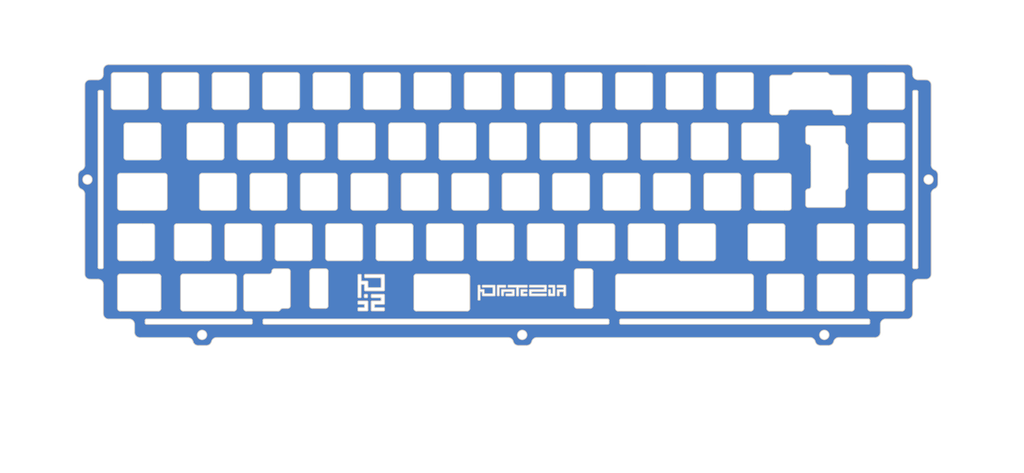
<source format=kicad_pcb>
(kicad_pcb (version 20171130) (host pcbnew "(5.1.9)-1")
  (layers (0 F.Cu signal) (31 B.Cu signal) (34 B.Paste user) (35 F.Paste user) (36 B.SilkS user) (37 F.SilkS user) (38 B.Mask user) (39 F.Mask user) (44 Edge.Cuts user))
  (net 0 "")
  (gr_arc (start 93.089241 124.102094) (end 93.089241 124.348628) (angle -90) (layer Edge.Cuts) (width 0.3))
  (gr_arc (start 135.710001 119.802255) (end 135.877644 119.802545) (angle -86.72698403) (layer Edge.Cuts) (width 0.3))
  (gr_line (start 92.083383 123.34277) (end 92.083383 124.102094) (layer Edge.Cuts) (width 0.3))
  (gr_arc (start 92.329917 123.34277) (end 92.329917 123.096236) (angle -90) (layer Edge.Cuts) (width 0.3))
  (gr_arc (start 135.236394 125.127935) (end 135.05915 125.137536) (angle -83.79800512) (layer Edge.Cuts) (width 0.3))
  (gr_line (start 92.329917 124.348628) (end 93.089241 124.348628) (layer Edge.Cuts) (width 0.3))
  (gr_arc (start 93.089241 123.34277) (end 93.335774 123.34277) (angle -90) (layer Edge.Cuts) (width 0.3))
  (gr_line (start 93.335774 124.102094) (end 93.335774 123.34277) (layer Edge.Cuts) (width 0.3))
  (gr_arc (start 135.700137 125.137826) (end 135.709999 125.305179) (angle -86.72698403) (layer Edge.Cuts) (width 0.3))
  (gr_line (start 135.877644 119.802545) (end 135.877644 121.094382) (layer Edge.Cuts) (width 0.3))
  (gr_line (start 135.05915 125.137536) (end 135.05915 119.802545) (layer Edge.Cuts) (width 0.3))
  (gr_line (start 93.089241 123.096236) (end 92.329917 123.096236) (layer Edge.Cuts) (width 0.3))
  (gr_arc (start 136.044996 121.084521) (end 135.877644 121.094382) (angle -86.72634014) (layer Edge.Cuts) (width 0.3))
  (gr_arc (start 135.23638 119.812406) (end 135.236654 119.634902) (angle -86.90392981) (layer Edge.Cuts) (width 0.3))
  (gr_line (start 135.709999 125.305179) (end 135.226791 125.305179) (layer Edge.Cuts) (width 0.3))
  (gr_line (start 135.236654 119.634902) (end 135.719862 119.634902) (layer Edge.Cuts) (width 0.3))
  (gr_arc (start 92.329917 124.102094) (end 92.083383 124.102094) (angle -90) (layer Edge.Cuts) (width 0.3))
  (gr_arc (start 144.575353 123.510704) (end 144.585214 123.678056) (angle -86.72698403) (layer Edge.Cuts) (width 0.3))
  (gr_line (start 144.102007 123.678056) (end 144.585214 123.678056) (layer Edge.Cuts) (width 0.3))
  (gr_arc (start 144.11161 123.500812) (end 143.934365 123.510413) (angle -83.79800512) (layer Edge.Cuts) (width 0.3))
  (gr_line (start 143.934365 121.409945) (end 143.934365 123.510413) (layer Edge.Cuts) (width 0.3))
  (gr_arc (start 144.101718 121.419806) (end 144.102007 121.252164) (angle -86.72634014) (layer Edge.Cuts) (width 0.3))
  (gr_line (start 148.62837 121.252164) (end 144.102007 121.252164) (layer Edge.Cuts) (width 0.3))
  (gr_line (start 89.696936 115.808698) (end 89.696936 124.092232) (layer Edge.Cuts) (width 0.3))
  (gr_arc (start 90.67321 124.092422) (end 90.683071 124.348628) (angle -87.83823633) (layer Edge.Cuts) (width 0.3))
  (gr_line (start 89.94347 124.348628) (end 90.683071 124.348628) (layer Edge.Cuts) (width 0.3))
  (gr_line (start 152.188315 122.060795) (end 153.480153 122.060795) (layer Edge.Cuts) (width 0.3))
  (gr_arc (start 152.188315 122.218576) (end 152.188315 122.060795) (angle -89.99989328) (layer Edge.Cuts) (width 0.3))
  (gr_line (start 152.030533 122.711644) (end 152.030533 122.218576) (layer Edge.Cuts) (width 0.3))
  (gr_arc (start 152.188315 122.711643) (end 152.030533 122.711644) (angle -89.99989328) (layer Edge.Cuts) (width 0.3))
  (gr_arc (start 153.480442 121.419806) (end 153.647794 121.409945) (angle -86.72634014) (layer Edge.Cuts) (width 0.3))
  (gr_line (start 153.647794 121.893152) (end 153.647794 121.409945) (layer Edge.Cuts) (width 0.3))
  (gr_line (start 153.480153 122.869425) (end 152.188315 122.869425) (layer Edge.Cuts) (width 0.3))
  (gr_arc (start 153.47055 123.046669) (end 153.647794 123.037068) (angle -83.79800512) (layer Edge.Cuts) (width 0.3))
  (gr_line (start 151.379684 123.678056) (end 153.480153 123.678056) (layer Edge.Cuts) (width 0.3))
  (gr_arc (start 153.480442 123.510413) (end 153.480153 123.678056) (angle -86.72634014) (layer Edge.Cuts) (width 0.3))
  (gr_arc (start 151.379685 121.409945) (end 151.379684 121.252164) (angle -89.99989328) (layer Edge.Cuts) (width 0.3))
  (gr_arc (start 151.379685 123.520274) (end 151.221903 123.520274) (angle -89.99989328) (layer Edge.Cuts) (width 0.3))
  (gr_arc (start 153.47055 121.88355) (end 153.480153 122.060795) (angle -83.79800512) (layer Edge.Cuts) (width 0.3))
  (gr_arc (start 91.18581 119.585595) (end 91.186 119.3292) (angle -87.83818376) (layer Edge.Cuts) (width 0.3))
  (gr_line (start 153.647794 123.520274) (end 153.647794 123.037068) (layer Edge.Cuts) (width 0.3))
  (gr_line (start 151.221903 121.409945) (end 151.221903 123.520274) (layer Edge.Cuts) (width 0.3))
  (gr_line (start 153.480153 121.252164) (end 151.379684 121.252164) (layer Edge.Cuts) (width 0.3))
  (gr_line (start 90.929605 124.092232) (end 90.929605 119.575734) (layer Edge.Cuts) (width 0.3))
  (gr_arc (start 89.953331 124.092422) (end 89.696936 124.092232) (angle -87.83823633) (layer Edge.Cuts) (width 0.3))
  (gr_arc (start 89.94347 115.808698) (end 89.94347 115.562164) (angle -90) (layer Edge.Cuts) (width 0.3))
  (gr_arc (start 145.384242 120.315595) (end 145.393845 120.49284) (angle -83.79800512) (layer Edge.Cuts) (width 0.3))
  (gr_arc (start 155.432698 122.228147) (end 155.422841 122.060795) (angle -86.72819607) (layer Edge.Cuts) (width 0.3))
  (gr_arc (start 142.938369 123.510703) (end 142.94823 123.678056) (angle -86.72698403) (layer Edge.Cuts) (width 0.3))
  (gr_line (start 273.836677 84.240558) (end 273.836677 89.240924) (layer Edge.Cuts) (width 0.3))
  (gr_line (start 142.94823 123.678056) (end 142.484746 123.678056) (layer Edge.Cuts) (width 0.3))
  (gr_line (start 142.484746 119.634902) (end 145.393845 119.634902) (layer Edge.Cuts) (width 0.3))
  (gr_arc (start 77.460523 114.416974) (end 78.460523 114.417003) (angle -90) (layer Edge.Cuts) (width 0.3))
  (gr_arc (start -7.982569 112.899892) (end -8.482569 112.899892) (angle -90) (layer Edge.Cuts) (width 0.3))
  (gr_line (start 177.466855 113.419833) (end 172.466852 113.41969) (layer Edge.Cuts) (width 0.3))
  (gr_line (start -8.482569 112.899892) (end -8.482569 46.451507) (layer Edge.Cuts) (width 0.3))
  (gr_line (start 178.466455 127.419869) (end 178.466827 114.419862) (layer Edge.Cuts) (width 0.3))
  (gr_line (start 155.265055 122.711644) (end 155.265055 122.228438) (layer Edge.Cuts) (width 0.3))
  (gr_arc (start 33.329421 97.370776) (end 34.329421 97.370805) (angle -90) (layer Edge.Cuts) (width 0.3))
  (gr_arc (start 77.460151 127.416981) (end 77.460122 128.416982) (angle -90) (layer Edge.Cuts) (width 0.3))
  (gr_arc (start 142.484457 119.802545) (end 142.484746 119.634902) (angle -86.72634014) (layer Edge.Cuts) (width 0.3))
  (gr_arc (start 177.466827 114.419833) (end 178.466827 114.419862) (angle -90) (layer Edge.Cuts) (width 0.3))
  (gr_line (start 145.393845 120.49284) (end 143.293376 120.49284) (layer Edge.Cuts) (width 0.3))
  (gr_arc (start 72.460148 127.416838) (end 71.460148 127.41681) (angle -90) (layer Edge.Cuts) (width 0.3))
  (gr_line (start 77.460122 128.416982) (end 72.46012 128.416839) (layer Edge.Cuts) (width 0.3))
  (gr_arc (start 172.466452 127.419697) (end 171.466452 127.419669) (angle -90) (layer Edge.Cuts) (width 0.3))
  (gr_line (start 142.317104 123.510413) (end 142.317104 119.792684) (layer Edge.Cuts) (width 0.3))
  (gr_line (start 160.767691 122.869425) (end 155.422841 122.869425) (layer Edge.Cuts) (width 0.3))
  (gr_arc (start 177.466455 127.41984) (end 177.466426 128.419841) (angle -90) (layer Edge.Cuts) (width 0.3))
  (gr_line (start 171.466823 114.419662) (end 171.466452 127.419669) (layer Edge.Cuts) (width 0.3))
  (gr_arc (start 145.394133 119.802545) (end 145.561486 119.792684) (angle -86.72634014) (layer Edge.Cuts) (width 0.3))
  (gr_arc (start 143.263831 120.657859) (end 143.293376 120.49284) (angle -80.4389453) (layer Edge.Cuts) (width 0.3))
  (gr_arc (start 155.422837 122.711643) (end 155.265055 122.711644) (angle -90.00125933) (layer Edge.Cuts) (width 0.3))
  (gr_line (start 78.460523 114.417003) (end 78.460151 127.41701) (layer Edge.Cuts) (width 0.3))
  (gr_arc (start 72.46052 114.416831) (end 72.460548 113.416831) (angle -90) (layer Edge.Cuts) (width 0.3))
  (gr_arc (start 142.494349 123.500811) (end 142.317104 123.510413) (angle -83.79771673) (layer Edge.Cuts) (width 0.3))
  (gr_line (start 143.106012 120.601315) (end 143.106012 123.510412) (layer Edge.Cuts) (width 0.3))
  (gr_line (start 184.567731 132.927868) (end 184.567731 133.933759) (layer Edge.Cuts) (width 0.3))
  (gr_arc (start 21.42348 97.365363) (end 21.524023 96.37043) (angle -5.7688356) (layer Edge.Cuts) (width 0.3))
  (gr_line (start -6.983386 113.399892) (end -7.982569 113.399892) (layer Edge.Cuts) (width 0.3))
  (gr_arc (start -6.983386 112.899892) (end -6.983386 113.399892) (angle -89.99836203) (layer Edge.Cuts) (width 0.3))
  (gr_line (start -6.481486 46.451522) (end -6.483386 112.899906) (layer Edge.Cuts) (width 0.3))
  (gr_arc (start -6.981486 46.451507) (end -6.481486 46.451522) (angle -90.00163797) (layer Edge.Cuts) (width 0.3))
  (gr_line (start -7.982569 45.951507) (end -6.981486 45.951507) (layer Edge.Cuts) (width 0.3))
  (gr_arc (start -7.982569 46.451507) (end -7.982569 45.951507) (angle -90) (layer Edge.Cuts) (width 0.3))
  (gr_line (start 172.466424 128.419698) (end 177.466426 128.419841) (layer Edge.Cuts) (width 0.3))
  (gr_line (start 145.561486 119.792684) (end 145.561486 120.325197) (layer Edge.Cuts) (width 0.3))
  (gr_line (start 274.836557 67.096258) (end 274.836106 82.508866) (layer Edge.Cuts) (width 0.3))
  (gr_line (start 71.460148 127.41681) (end 71.460519 114.416803) (layer Edge.Cuts) (width 0.3))
  (gr_line (start 72.460548 113.416831) (end 77.460551 113.416974) (layer Edge.Cuts) (width 0.3))
  (gr_arc (start 172.466824 114.41969) (end 172.466852 113.41969) (angle -90) (layer Edge.Cuts) (width 0.3))
  (gr_line (start 155.422841 122.060795) (end 160.767691 122.060795) (layer Edge.Cuts) (width 0.3))
  (gr_line (start 22.861109 110.365411) (end 21.329634 110.365367) (layer Edge.Cuts) (width 0.3))
  (gr_line (start 299.768606 45.951507) (end 300.770274 45.951507) (layer Edge.Cuts) (width 0.3))
  (gr_line (start 21.329691 96.36536) (end 21.423508 96.365362) (layer Edge.Cuts) (width 0.3))
  (gr_arc (start 299.768606 46.451507) (end 299.768606 45.951507) (angle -89.99836203) (layer Edge.Cuts) (width 0.3))
  (gr_line (start 300.770274 113.399892) (end 299.766707 113.399892) (layer Edge.Cuts) (width 0.3))
  (gr_arc (start 9.814934 132.935355) (end 9.814913 132.435355) (angle -89.99751516) (layer Edge.Cuts) (width 0.3))
  (gr_arc (start 184.067731 132.927868) (end 184.567731 132.927868) (angle -90) (layer Edge.Cuts) (width 0.3))
  (gr_line (start 9.314934 133.93555) (end 9.314934 132.935355) (layer Edge.Cuts) (width 0.3))
  (gr_arc (start 54.314137 133.933759) (end 53.814137 133.933759) (angle -90) (layer Edge.Cuts) (width 0.3))
  (gr_arc (start 9.814934 133.93555) (end 9.314934 133.93555) (angle -90) (layer Edge.Cuts) (width 0.3))
  (gr_arc (start 54.314137 132.927868) (end 54.314137 132.427868) (angle -90) (layer Edge.Cuts) (width 0.3))
  (gr_arc (start 49.31425 133.93555) (end 49.31425 134.43555) (angle -90) (layer Edge.Cuts) (width 0.3))
  (gr_arc (start 259.836699 67.364529) (end 260.836699 67.364529) (angle -89.98520727) (layer Edge.Cuts) (width 0.3))
  (gr_line (start 260.83628 76.327092) (end 260.836369 73.277444) (layer Edge.Cuts) (width 0.3))
  (gr_arc (start 184.067731 133.933759) (end 184.067731 134.433759) (angle -90) (layer Edge.Cuts) (width 0.3))
  (gr_arc (start 300.770274 46.451507) (end 301.270274 46.451507) (angle -90) (layer Edge.Cuts) (width 0.3))
  (gr_line (start 49.31425 134.43555) (end 9.814934 134.43555) (layer Edge.Cuts) (width 0.3))
  (gr_line (start 258.837216 65.364499) (end 258.837362 60.364499) (layer Edge.Cuts) (width 0.3))
  (gr_line (start 53.814137 133.933759) (end 53.814137 132.927868) (layer Edge.Cuts) (width 0.3))
  (gr_arc (start 259.836502 89.240924) (end 258.836502 89.240924) (angle -90) (layer Edge.Cuts) (width 0.3))
  (gr_line (start 9.814913 132.435355) (end 49.314228 132.433642) (layer Edge.Cuts) (width 0.3))
  (gr_arc (start 259.836663 84.240529) (end 259.836681 83.240529) (angle -1.612102097) (layer Edge.Cuts) (width 0.3))
  (gr_line (start 34.329421 97.370805) (end 34.329069 109.370812) (layer Edge.Cuts) (width 0.3))
  (gr_line (start 260.836699 73.277444) (end 260.836699 67.364529) (layer Edge.Cuts) (width 0.3))
  (gr_arc (start 259.836502 84.240533) (end 259.808548 83.240924) (angle -88.39816992) (layer Edge.Cuts) (width 0.3))
  (gr_line (start 260.836699 82.240529) (end 260.836699 76.327092) (layer Edge.Cuts) (width 0.3))
  (gr_arc (start 259.837216 65.364529) (end 258.837216 65.364499) (angle -89.98688495) (layer Edge.Cuts) (width 0.3))
  (gr_arc (start 299.766707 112.899892) (end 299.266707 112.899878) (angle -90.00163797) (layer Edge.Cuts) (width 0.3))
  (gr_line (start 49.81425 132.933642) (end 49.81425 133.93555) (layer Edge.Cuts) (width 0.3))
  (gr_arc (start 49.31425 132.933642) (end 49.81425 132.933642) (angle -90.00248484) (layer Edge.Cuts) (width 0.3))
  (gr_arc (start 21.329662 97.36536) (end 21.329691 96.36536) (angle -90.00163797) (layer Edge.Cuts) (width 0.3))
  (gr_line (start 21.524023 96.37043) (end 33.32945 96.370776) (layer Edge.Cuts) (width 0.3))
  (gr_line (start 299.266707 112.899878) (end 299.268606 46.451493) (layer Edge.Cuts) (width 0.3))
  (gr_line (start 33.32904 110.370783) (end 31.861107 110.37074) (layer Edge.Cuts) (width 0.3))
  (gr_arc (start 274.836677 84.240558) (end 274.336392 83.374697) (angle -59.98108905) (layer Edge.Cuts) (width 0.3))
  (gr_line (start 31.846019 110.370853) (end 22.96275 110.370593) (layer Edge.Cuts) (width 0.3))
  (gr_line (start 54.314137 132.427868) (end 184.067731 132.427868) (layer Edge.Cuts) (width 0.3))
  (gr_arc (start 31.861078 111.37074) (end 31.861107 110.37074) (angle -0.8645178868) (layer Edge.Cuts) (width 0.3))
  (gr_arc (start 272.836677 89.240924) (end 272.836677 90.240924) (angle -90) (layer Edge.Cuts) (width 0.3))
  (gr_arc (start 273.836106 82.508837) (end 274.336392 83.374697) (angle -59.97941137) (layer Edge.Cuts) (width 0.3))
  (gr_line (start 301.270274 46.451507) (end 301.270274 112.899892) (layer Edge.Cuts) (width 0.3))
  (gr_arc (start 300.770274 112.899892) (end 300.770274 113.399892) (angle -90) (layer Edge.Cuts) (width 0.3))
  (gr_line (start 20.329662 109.365367) (end 20.329662 97.36536) (layer Edge.Cuts) (width 0.3))
  (gr_line (start 258.836502 89.240924) (end 258.836502 84.240533) (layer Edge.Cuts) (width 0.3))
  (gr_arc (start 33.329069 109.370783) (end 33.32904 110.370783) (angle -90) (layer Edge.Cuts) (width 0.3))
  (gr_line (start 184.067731 134.433759) (end 54.314137 134.433759) (layer Edge.Cuts) (width 0.3))
  (gr_arc (start -8.4813 39.951507) (end -8.4813 41.951507) (angle -89.99836203) (layer Edge.Cuts) (width 0.3))
  (gr_line (start 282.567856 134.427632) (end 189.068195 134.427632) (layer Edge.Cuts) (width 0.3))
  (gr_line (start 253.405586 78.32734) (end 253.405235 90.32734) (layer Edge.Cuts) (width 0.3))
  (gr_arc (start 7.985072 111.364986) (end 7.985101 110.364986) (angle -5.608454746) (layer Edge.Cuts) (width 0.3))
  (gr_arc (start 189.068195 133.927632) (end 188.568195 133.927632) (angle -90) (layer Edge.Cuts) (width 0.3))
  (gr_line (start 188.568195 133.927632) (end 188.568195 132.92366) (layer Edge.Cuts) (width 0.3))
  (gr_line (start 252.508491 91.321966) (end 250.873276 91.321919) (layer Edge.Cuts) (width 0.3))
  (gr_line (start -0.101807 96.369797) (end 8.423502 96.370046) (layer Edge.Cuts) (width 0.3))
  (gr_arc (start 252.405586 78.327311) (end 253.405586 78.32734) (angle -90) (layer Edge.Cuts) (width 0.3))
  (gr_line (start 11.898764 110.365098) (end 7.985101 110.364986) (layer Edge.Cuts) (width 0.3))
  (gr_line (start 8.423502 96.364991) (end 11.898821 96.36509) (layer Edge.Cuts) (width 0.3))
  (gr_arc (start 282.567856 132.92366) (end 283.067856 132.92366) (angle -90) (layer Edge.Cuts) (width 0.3))
  (gr_arc (start -4.48125 38.214184) (end -4.481193 36.214184) (angle -90) (layer Edge.Cuts) (width 0.3))
  (gr_arc (start 252.405235 90.327311) (end 252.508491 91.321966) (angle -84.0716186) (layer Edge.Cuts) (width 0.3))
  (gr_line (start 306.270274 74.1757) (end 306.270274 43.951507) (layer Edge.Cuts) (width 0.3))
  (gr_line (start 189.068195 132.42366) (end 282.567856 132.42366) (layer Edge.Cuts) (width 0.3))
  (gr_line (start 250.770003 91.327263) (end 241.888813 91.327003) (layer Edge.Cuts) (width 0.3))
  (gr_arc (start 189.068195 132.92366) (end 189.068195 132.42366) (angle -90) (layer Edge.Cuts) (width 0.3))
  (gr_arc (start -15.482569 74.302716) (end -14.732569 76.156766) (angle -67.97568716) (layer Edge.Cuts) (width 0.3))
  (gr_line (start 283.067856 132.92366) (end 283.067856 133.927632) (layer Edge.Cuts) (width 0.3))
  (gr_line (start 299.268792 39.95145) (end 299.268842 38.222868) (layer Edge.Cuts) (width 0.3))
  (gr_arc (start 11.898793 97.36509) (end 12.898793 97.36509) (angle -89.99836203) (layer Edge.Cuts) (width 0.3))
  (gr_arc (start 241.87325 92.326889) (end 241.888813 91.327003) (angle -0.8900522517) (layer Edge.Cuts) (width 0.3))
  (gr_arc (start 11.898793 109.365098) (end 11.898764 110.365098) (angle -90.00163797) (layer Edge.Cuts) (width 0.3))
  (gr_line (start 12.898793 97.36509) (end 12.898793 109.365098) (layer Edge.Cuts) (width 0.3))
  (gr_arc (start -11.482569 43.951507) (end -11.482569 41.951507) (angle -90) (layer Edge.Cuts) (width 0.3))
  (gr_line (start 8.423502 96.370046) (end 8.423502 96.364991) (layer Edge.Cuts) (width 0.3))
  (gr_arc (start 282.567856 133.927632) (end 282.567856 134.427632) (angle -90) (layer Edge.Cuts) (width 0.3))
  (gr_line (start 192.779851 96.370261) (end 204.779857 96.370604) (layer Edge.Cuts) (width 0.3))
  (gr_line (start 42.853825 129.415993) (end 23.710065 129.415446) (layer Edge.Cuts) (width 0.3))
  (gr_arc (start 2.280466 71.264802) (end 1.280465 71.264773) (angle -90) (layer Edge.Cuts) (width 0.3))
  (gr_line (start 204.779457 110.370612) (end 192.779451 110.370269) (layer Edge.Cuts) (width 0.3))
  (gr_arc (start 133.343379 59.268542) (end 134.34338 59.26857) (angle -90) (layer Edge.Cuts) (width 0.3))
  (gr_arc (start 192.779822 97.370262) (end 192.779851 96.370261) (angle -90) (layer Edge.Cuts) (width 0.3))
  (gr_arc (start 9.518514 52.214998) (end 9.518485 53.214999) (angle -90) (layer Edge.Cuts) (width 0.3))
  (gr_line (start 134.34338 59.26857) (end 134.343037 71.268577) (layer Edge.Cuts) (width 0.3))
  (gr_line (start 14.280443 72.265145) (end 2.280437 72.264802) (layer Edge.Cuts) (width 0.3))
  (gr_arc (start 149.918933 40.219005) (end 149.918961 39.219005) (angle -90) (layer Edge.Cuts) (width 0.3))
  (gr_arc (start 121.343373 59.268199) (end 121.343401 58.268198) (angle -90) (layer Edge.Cuts) (width 0.3))
  (gr_line (start 68.955329 77.316711) (end 80.955335 77.317054) (layer Edge.Cuts) (width 0.3))
  (gr_line (start -3.481493 52.214627) (end -3.48115 40.21462) (layer Edge.Cuts) (width 0.3))
  (gr_line (start -2.481121 39.214648) (end 9.518886 39.214992) (layer Edge.Cuts) (width 0.3))
  (gr_line (start 81.955307 78.317083) (end 81.954964 90.31709) (layer Edge.Cuts) (width 0.3))
  (gr_arc (start 149.91859 52.219012) (end 148.918589 52.218983) (angle -90) (layer Edge.Cuts) (width 0.3))
  (gr_arc (start 68.9553 78.316711) (end 68.955329 77.316711) (angle -90) (layer Edge.Cuts) (width 0.3))
  (gr_arc (start 23.710093 128.415445) (end 22.710093 128.415416) (angle -90) (layer Edge.Cuts) (width 0.3))
  (gr_line (start 7.887371 110.36977) (end -0.388666 110.36977) (layer Edge.Cuts) (width 0.3))
  (gr_line (start 133.343008 72.268549) (end 121.343001 72.268206) (layer Edge.Cuts) (width 0.3))
  (gr_line (start 23.710465 115.415438) (end 42.854225 115.415985) (layer Edge.Cuts) (width 0.3))
  (gr_line (start 80.954935 91.317062) (end 68.954928 91.316718) (layer Edge.Cuts) (width 0.3))
  (gr_arc (start 9.518857 40.214992) (end 10.518857 40.21502) (angle -90) (layer Edge.Cuts) (width 0.3))
  (gr_arc (start 121.34303 71.268205) (end 120.343029 71.268177) (angle -90) (layer Edge.Cuts) (width 0.3))
  (gr_arc (start -2.481492 52.214655) (end -3.481493 52.214627) (angle -90) (layer Edge.Cuts) (width 0.3))
  (gr_arc (start 68.954957 90.316718) (end 67.954956 90.316689) (angle -90) (layer Edge.Cuts) (width 0.3))
  (gr_arc (start 42.853854 128.415992) (end 42.853825 129.415993) (angle -90) (layer Edge.Cuts) (width 0.3))
  (gr_arc (start -0.101836 97.369797) (end -0.101807 96.369797) (angle -90) (layer Edge.Cuts) (width 0.3))
  (gr_arc (start -0.102188 109.369804) (end -1.102188 109.369774) (angle -62.8486125) (layer Edge.Cuts) (width 0.3))
  (gr_arc (start 157.155348 78.319233) (end 158.155348 78.319262) (angle -90) (layer Edge.Cuts) (width 0.3))
  (gr_arc (start 42.854197 116.415986) (end 43.854197 116.416014) (angle -90) (layer Edge.Cuts) (width 0.3))
  (gr_line (start 145.15537 77.318889) (end 157.155376 77.319232) (layer Edge.Cuts) (width 0.3))
  (gr_arc (start 145.155341 78.31889) (end 145.15537 77.318889) (angle -90) (layer Edge.Cuts) (width 0.3))
  (gr_line (start 121.343401 58.268198) (end 133.343408 58.268541) (layer Edge.Cuts) (width 0.3))
  (gr_line (start 144.154997 90.318868) (end 144.155341 78.318861) (layer Edge.Cuts) (width 0.3))
  (gr_line (start 22.710093 128.415416) (end 22.710436 116.41541) (layer Edge.Cuts) (width 0.3))
  (gr_arc (start 145.154998 90.318896) (end 144.154997 90.318868) (angle -90) (layer Edge.Cuts) (width 0.3))
  (gr_line (start 157.154976 91.31924) (end 145.154969 91.318897) (layer Edge.Cuts) (width 0.3))
  (gr_line (start 191.779479 109.37024) (end 191.779822 97.370233) (layer Edge.Cuts) (width 0.3))
  (gr_line (start 120.343029 71.268177) (end 120.343372 59.26817) (layer Edge.Cuts) (width 0.3))
  (gr_arc (start -2.481149 40.214649) (end -2.481121 39.214648) (angle -90) (layer Edge.Cuts) (width 0.3))
  (gr_line (start 15.280816 59.265167) (end 15.280473 71.265173) (layer Edge.Cuts) (width 0.3))
  (gr_line (start 2.280837 58.264795) (end 14.280844 58.265138) (layer Edge.Cuts) (width 0.3))
  (gr_line (start 1.280465 71.264773) (end 1.280808 59.264766) (layer Edge.Cuts) (width 0.3))
  (gr_line (start 67.954956 90.316689) (end 67.955299 78.316683) (layer Edge.Cuts) (width 0.3))
  (gr_arc (start 2.280809 59.264795) (end 2.280837 58.264795) (angle -90) (layer Edge.Cuts) (width 0.3))
  (gr_arc (start 14.280472 71.265145) (end 14.280443 72.265145) (angle -90) (layer Edge.Cuts) (width 0.3))
  (gr_arc (start 133.343036 71.268548) (end 133.343008 72.268549) (angle -90) (layer Edge.Cuts) (width 0.3))
  (gr_arc (start 204.779486 109.370611) (end 204.779457 110.370612) (angle -90) (layer Edge.Cuts) (width 0.3))
  (gr_line (start 43.854197 116.416014) (end 43.853854 128.416021) (layer Edge.Cuts) (width 0.3))
  (gr_line (start 158.155348 78.319262) (end 158.155005 90.319268) (layer Edge.Cuts) (width 0.3))
  (gr_arc (start 192.779479 109.370268) (end 191.779479 109.37024) (angle -90) (layer Edge.Cuts) (width 0.3))
  (gr_arc (start 204.779829 97.370605) (end 205.779829 97.370633) (angle -90) (layer Edge.Cuts) (width 0.3))
  (gr_arc (start 14.280815 59.265138) (end 15.280816 59.265167) (angle -90) (layer Edge.Cuts) (width 0.3))
  (gr_line (start 9.518485 53.214999) (end -2.481521 53.214656) (layer Edge.Cuts) (width 0.3))
  (gr_arc (start 23.710436 116.415439) (end 23.710465 115.415438) (angle -90) (layer Edge.Cuts) (width 0.3))
  (gr_line (start 148.918589 52.218983) (end 148.918932 40.218977) (layer Edge.Cuts) (width 0.3))
  (gr_line (start -1.102188 109.369774) (end -1.101836 97.369768) (layer Edge.Cuts) (width 0.3))
  (gr_line (start 10.518857 40.21502) (end 10.518515 52.215027) (layer Edge.Cuts) (width 0.3))
  (gr_arc (start -1.014926 111.149385) (end -0.388666 110.36977) (angle -11.62162686) (layer Edge.Cuts) (width 0.3))
  (gr_arc (start 157.155005 90.319239) (end 157.154976 91.31924) (angle -90) (layer Edge.Cuts) (width 0.3))
  (gr_arc (start 80.955306 78.317055) (end 81.955307 78.317083) (angle -90) (layer Edge.Cuts) (width 0.3))
  (gr_line (start 205.779829 97.370633) (end 205.779486 109.37064) (layer Edge.Cuts) (width 0.3))
  (gr_arc (start 80.954963 90.317061) (end 80.954935 91.317062) (angle -90) (layer Edge.Cuts) (width 0.3))
  (gr_arc (start 247.643441 59.27181) (end 248.643442 59.271838) (angle -90) (layer Edge.Cuts) (width 0.3))
  (gr_line (start 67.668888 40.216654) (end 67.668545 52.216661) (layer Edge.Cuts) (width 0.3))
  (gr_line (start 100.004945 91.317606) (end 88.004939 91.317263) (layer Edge.Cuts) (width 0.3))
  (gr_arc (start 283.267573 90.322845) (end 282.267572 90.322816) (angle -90) (layer Edge.Cuts) (width 0.3))
  (gr_line (start 296.267923 78.32321) (end 296.26758 90.323216) (layer Edge.Cuts) (width 0.3))
  (gr_line (start 282.267572 90.322816) (end 282.267915 78.32281) (layer Edge.Cuts) (width 0.3))
  (gr_arc (start 295.267579 90.323188) (end 295.26755 91.323188) (angle -90) (layer Edge.Cuts) (width 0.3))
  (gr_arc (start 100.005317 78.317599) (end 101.005317 78.317628) (angle -90) (layer Edge.Cuts) (width 0.3))
  (gr_line (start 234.643091 71.271444) (end 234.643434 59.271438) (layer Edge.Cuts) (width 0.3))
  (gr_line (start 107.055349 77.3178) (end 119.055356 77.318143) (layer Edge.Cuts) (width 0.3))
  (gr_arc (start 26.093321 59.265476) (end 26.09335 58.265475) (angle -90) (layer Edge.Cuts) (width 0.3))
  (gr_line (start 247.643069 72.271817) (end 235.643063 72.271473) (layer Edge.Cuts) (width 0.3))
  (gr_arc (start 64.193342 59.266565) (end 64.193371 58.266564) (angle -90) (layer Edge.Cuts) (width 0.3))
  (gr_arc (start 295.267922 78.323181) (end 296.267923 78.32321) (angle -90) (layer Edge.Cuts) (width 0.3))
  (gr_arc (start 64.192999 71.266572) (end 63.192998 71.266543) (angle -90) (layer Edge.Cuts) (width 0.3))
  (gr_arc (start 66.668888 40.216626) (end 67.668888 40.216654) (angle -90) (layer Edge.Cuts) (width 0.3))
  (gr_line (start 248.643442 59.271838) (end 248.643098 71.271845) (layer Edge.Cuts) (width 0.3))
  (gr_line (start 38.092956 72.265826) (end 26.09295 72.265483) (layer Edge.Cuts) (width 0.3))
  (gr_arc (start 38.093328 59.265819) (end 39.093328 59.265847) (angle -90) (layer Edge.Cuts) (width 0.3))
  (gr_line (start 88.005339 77.317256) (end 100.005345 77.317599) (layer Edge.Cuts) (width 0.3))
  (gr_line (start 53.668537 52.21626) (end 53.66888 40.216254) (layer Edge.Cuts) (width 0.3))
  (gr_arc (start 26.092978 71.265482) (end 25.092978 71.265454) (angle -90) (layer Edge.Cuts) (width 0.3))
  (gr_line (start 39.093328 59.265847) (end 39.092985 71.265854) (layer Edge.Cuts) (width 0.3))
  (gr_line (start 63.192998 71.266543) (end 63.193341 59.266536) (layer Edge.Cuts) (width 0.3))
  (gr_line (start 235.643463 58.271466) (end 247.64347 58.271809) (layer Edge.Cuts) (width 0.3))
  (gr_line (start 283.267944 77.322838) (end 295.267951 77.323181) (layer Edge.Cuts) (width 0.3))
  (gr_arc (start 247.643098 71.271816) (end 247.643069 72.271817) (angle -90) (layer Edge.Cuts) (width 0.3))
  (gr_line (start 64.193371 58.266564) (end 76.193377 58.266908) (layer Edge.Cuts) (width 0.3))
  (gr_arc (start 54.66888 40.216282) (end 54.668909 39.216282) (angle -90) (layer Edge.Cuts) (width 0.3))
  (gr_arc (start 88.00531 78.317256) (end 88.005339 77.317256) (angle -90) (layer Edge.Cuts) (width 0.3))
  (gr_arc (start 76.193348 59.266908) (end 77.193349 59.266937) (angle -90) (layer Edge.Cuts) (width 0.3))
  (gr_line (start 87.004967 90.317234) (end 87.00531 78.317227) (layer Edge.Cuts) (width 0.3))
  (gr_line (start 76.192977 72.266915) (end 64.19297 72.266572) (layer Edge.Cuts) (width 0.3))
  (gr_arc (start 88.004967 90.317263) (end 87.004967 90.317234) (angle -90) (layer Edge.Cuts) (width 0.3))
  (gr_line (start 101.005317 78.317628) (end 101.004974 90.317634) (layer Edge.Cuts) (width 0.3))
  (gr_line (start 54.668909 39.216282) (end 66.668917 39.216625) (layer Edge.Cuts) (width 0.3))
  (gr_arc (start 119.054984 90.31815) (end 119.054955 91.318151) (angle -90) (layer Edge.Cuts) (width 0.3))
  (gr_arc (start 107.055321 78.317801) (end 107.055349 77.3178) (angle -90) (layer Edge.Cuts) (width 0.3))
  (gr_line (start 106.054977 90.317779) (end 106.05532 78.317772) (layer Edge.Cuts) (width 0.3))
  (gr_arc (start 283.267916 78.322838) (end 283.267944 77.322838) (angle -90) (layer Edge.Cuts) (width 0.3))
  (gr_line (start 295.26755 91.323188) (end 283.267544 91.322845) (layer Edge.Cuts) (width 0.3))
  (gr_line (start 25.092978 71.265454) (end 25.093321 59.265447) (layer Edge.Cuts) (width 0.3))
  (gr_line (start 120.055328 78.318172) (end 120.054984 90.318179) (layer Edge.Cuts) (width 0.3))
  (gr_arc (start 235.643435 59.271466) (end 235.643463 58.271466) (angle -90) (layer Edge.Cuts) (width 0.3))
  (gr_line (start 119.054955 91.318151) (end 107.054949 91.317808) (layer Edge.Cuts) (width 0.3))
  (gr_arc (start 107.054977 90.317807) (end 106.054977 90.317779) (angle -90) (layer Edge.Cuts) (width 0.3))
  (gr_line (start 26.09335 58.265475) (end 38.093357 58.265818) (layer Edge.Cuts) (width 0.3))
  (gr_arc (start 235.643091 71.271473) (end 234.643091 71.271444) (angle -90) (layer Edge.Cuts) (width 0.3))
  (gr_arc (start 100.004974 90.317606) (end 100.004945 91.317606) (angle -90) (layer Edge.Cuts) (width 0.3))
  (gr_arc (start 76.193005 71.266915) (end 76.192977 72.266915) (angle -90) (layer Edge.Cuts) (width 0.3))
  (gr_arc (start 119.055327 78.318144) (end 120.055328 78.318172) (angle -90) (layer Edge.Cuts) (width 0.3))
  (gr_line (start 77.193349 59.266937) (end 77.193006 71.266943) (layer Edge.Cuts) (width 0.3))
  (gr_arc (start 38.092985 71.265825) (end 38.092956 72.265826) (angle -90) (layer Edge.Cuts) (width 0.3))
  (gr_arc (start 123.818575 52.218266) (end 123.818546 53.218266) (angle -90) (layer Edge.Cuts) (width 0.3))
  (gr_line (start 123.818546 53.218266) (end 111.818541 53.217923) (layer Edge.Cuts) (width 0.3))
  (gr_arc (start 268.426075 39.222393) (end 267.560036 39.722368) (angle -59.99998843) (layer Edge.Cuts) (width 0.3))
  (gr_line (start 134.629448 109.368606) (end 134.629791 97.368599) (layer Edge.Cuts) (width 0.3))
  (gr_arc (start 135.629448 109.368634) (end 134.629448 109.368606) (angle -90) (layer Edge.Cuts) (width 0.3))
  (gr_arc (start 295.267034 109.373198) (end 295.267006 110.373199) (angle -90) (layer Edge.Cuts) (width 0.3))
  (gr_line (start 283.2674 96.372848) (end 295.267406 96.373191) (layer Edge.Cuts) (width 0.3))
  (gr_line (start 110.818569 52.217894) (end 110.818912 40.217888) (layer Edge.Cuts) (width 0.3))
  (gr_arc (start 295.267377 97.373192) (end 296.267378 97.37322) (angle -90) (layer Edge.Cuts) (width 0.3))
  (gr_arc (start 283.267371 97.372849) (end 283.2674 96.372848) (angle -90) (layer Edge.Cuts) (width 0.3))
  (gr_line (start 147.629426 110.368978) (end 135.62942 110.368635) (layer Edge.Cuts) (width 0.3))
  (gr_arc (start 147.629455 109.368977) (end 147.629426 110.368978) (angle -90) (layer Edge.Cuts) (width 0.3))
  (gr_line (start 148.629798 97.368999) (end 148.629455 109.369006) (layer Edge.Cuts) (width 0.3))
  (gr_arc (start 135.629791 97.368628) (end 135.62982 96.368627) (angle -90) (layer Edge.Cuts) (width 0.3))
  (gr_arc (start 283.267028 109.372855) (end 282.267027 109.372826) (angle -90) (layer Edge.Cuts) (width 0.3))
  (gr_line (start 296.267378 97.37322) (end 296.267035 109.373227) (layer Edge.Cuts) (width 0.3))
  (gr_arc (start 111.818912 40.217916) (end 111.818941 39.217916) (angle -90) (layer Edge.Cuts) (width 0.3))
  (gr_line (start 295.267006 110.373199) (end 283.266999 110.372856) (layer Edge.Cuts) (width 0.3))
  (gr_arc (start 123.818918 40.218259) (end 124.818918 40.218288) (angle -90) (layer Edge.Cuts) (width 0.3))
  (gr_arc (start 111.818569 52.217923) (end 110.818569 52.217894) (angle -90) (layer Edge.Cuts) (width 0.3))
  (gr_line (start 282.267027 109.372826) (end 282.26737 97.37282) (layer Edge.Cuts) (width 0.3))
  (gr_arc (start 147.629798 97.368971) (end 148.629798 97.368999) (angle -90) (layer Edge.Cuts) (width 0.3))
  (gr_line (start 135.62982 96.368627) (end 147.629826 96.36897) (layer Edge.Cuts) (width 0.3))
  (gr_arc (start 275.1316 54.222593) (end 275.131572 55.222593) (angle -90) (layer Edge.Cuts) (width 0.3))
  (gr_line (start 276.131972 41.222614) (end 276.131601 54.222621) (layer Edge.Cuts) (width 0.3))
  (gr_line (start 111.818941 39.217916) (end 123.818946 39.218259) (layer Edge.Cuts) (width 0.3))
  (gr_arc (start 266.693996 40.222344) (end 267.560036 39.722368) (angle -60) (layer Edge.Cuts) (width 0.3))
  (gr_line (start 124.818918 40.218288) (end 124.818575 52.218294) (layer Edge.Cuts) (width 0.3))
  (gr_line (start 129.579788 97.368455) (end 129.579445 109.368461) (layer Edge.Cuts) (width 0.3))
  (gr_line (start 246.255985 40.22176) (end 252.961937 40.221951) (layer Edge.Cuts) (width 0.3))
  (gr_arc (start 126.104988 90.318352) (end 125.104987 90.318323) (angle -90) (layer Edge.Cuts) (width 0.3))
  (gr_arc (start 130.960494 116.418505) (end 131.960495 116.418533) (angle -90) (layer Edge.Cuts) (width 0.3))
  (gr_line (start 116.57981 96.368083) (end 128.579816 96.368426) (layer Edge.Cuts) (width 0.3))
  (gr_arc (start 111.816734 116.417957) (end 111.816762 115.417957) (angle -90) (layer Edge.Cuts) (width 0.3))
  (gr_arc (start 166.679808 97.369516) (end 167.679809 97.369544) (angle -90) (layer Edge.Cuts) (width 0.3))
  (gr_line (start 166.679436 110.369523) (end 154.67943 110.369179) (layer Edge.Cuts) (width 0.3))
  (gr_line (start 58.143339 59.266392) (end 58.142996 71.266399) (layer Edge.Cuts) (width 0.3))
  (gr_line (start 251.255559 55.221911) (end 246.255556 55.221768) (layer Edge.Cuts) (width 0.3))
  (gr_arc (start 111.816391 128.417964) (end 110.81639 128.417935) (angle -90) (layer Edge.Cuts) (width 0.3))
  (gr_line (start 130.960123 129.418512) (end 111.816362 129.417964) (layer Edge.Cuts) (width 0.3))
  (gr_line (start 110.81639 128.417935) (end 110.816733 116.417929) (layer Edge.Cuts) (width 0.3))
  (gr_arc (start 138.104994 90.318695) (end 138.104966 91.318695) (angle -90) (layer Edge.Cuts) (width 0.3))
  (gr_arc (start 126.105331 78.318345) (end 126.105359 77.318345) (angle -90) (layer Edge.Cuts) (width 0.3))
  (gr_line (start 125.104987 90.318323) (end 125.10533 78.318317) (layer Edge.Cuts) (width 0.3))
  (gr_line (start 57.142967 72.266371) (end 45.14296 72.266027) (layer Edge.Cuts) (width 0.3))
  (gr_arc (start 183.255019 90.319986) (end 182.255018 90.319957) (angle -90) (layer Edge.Cuts) (width 0.3))
  (gr_line (start 167.679809 97.369544) (end 167.679466 109.369551) (layer Edge.Cuts) (width 0.3))
  (gr_arc (start 71.429757 97.366793) (end 72.429757 97.366821) (angle -90) (layer Edge.Cuts) (width 0.3))
  (gr_arc (start 253.255588 54.221967) (end 253.255617 53.221967) (angle -90) (layer Edge.Cuts) (width 0.3))
  (gr_line (start 154.67983 96.369172) (end 166.679837 96.369515) (layer Edge.Cuts) (width 0.3))
  (gr_arc (start 166.679465 109.369522) (end 166.679436 110.369523) (angle -90) (layer Edge.Cuts) (width 0.3))
  (gr_line (start 72.429757 97.366821) (end 72.429414 109.366828) (layer Edge.Cuts) (width 0.3))
  (gr_arc (start 183.255362 78.319979) (end 183.25539 77.319979) (angle -90) (layer Edge.Cuts) (width 0.3))
  (gr_arc (start 128.579788 97.368426) (end 129.579788 97.368455) (angle -90) (layer Edge.Cuts) (width 0.3))
  (gr_arc (start 45.143332 59.26602) (end 45.14336 58.26602) (angle -90) (layer Edge.Cuts) (width 0.3))
  (gr_line (start 111.816762 115.417957) (end 130.960523 115.418504) (layer Edge.Cuts) (width 0.3))
  (gr_line (start 195.254996 91.320329) (end 183.25499 91.319986) (layer Edge.Cuts) (width 0.3))
  (gr_line (start 126.105359 77.318345) (end 138.105366 77.318688) (layer Edge.Cuts) (width 0.3))
  (gr_line (start 44.142988 71.265998) (end 44.143331 59.265992) (layer Edge.Cuts) (width 0.3))
  (gr_arc (start 154.679459 109.369179) (end 153.679458 109.36915) (angle -90) (layer Edge.Cuts) (width 0.3))
  (gr_arc (start 154.679802 97.369172) (end 154.67983 96.369172) (angle -90) (layer Edge.Cuts) (width 0.3))
  (gr_arc (start 59.42975 97.366449) (end 59.429779 96.366449) (angle -90) (layer Edge.Cuts) (width 0.3))
  (gr_line (start 59.429779 96.366449) (end 71.429785 96.366792) (layer Edge.Cuts) (width 0.3))
  (gr_arc (start 268.131596 54.222392) (end 269.131597 54.222421) (angle -90) (layer Edge.Cuts) (width 0.3))
  (gr_arc (start 59.429407 109.366456) (end 58.429407 109.366427) (angle -90) (layer Edge.Cuts) (width 0.3))
  (gr_line (start 58.429407 109.366427) (end 58.42975 97.366421) (layer Edge.Cuts) (width 0.3))
  (gr_arc (start 45.142989 71.266027) (end 44.142988 71.265998) (angle -90) (layer Edge.Cuts) (width 0.3))
  (gr_arc (start 275.131972 41.222586) (end 276.131972 41.222614) (angle -90) (layer Edge.Cuts) (width 0.3))
  (gr_arc (start 116.579781 97.368083) (end 116.57981 96.368083) (angle -90) (layer Edge.Cuts) (width 0.3))
  (gr_line (start 131.960495 116.418533) (end 131.960152 128.41854) (layer Edge.Cuts) (width 0.3))
  (gr_arc (start 116.579438 109.36809) (end 115.579437 109.368061) (angle -90) (layer Edge.Cuts) (width 0.3))
  (gr_arc (start 130.960151 128.418511) (end 130.960123 129.418512) (angle -90) (layer Edge.Cuts) (width 0.3))
  (gr_arc (start 71.429414 109.366799) (end 71.429385 110.3668) (angle -90) (layer Edge.Cuts) (width 0.3))
  (gr_line (start 71.429385 110.3668) (end 59.429379 110.366456) (layer Edge.Cuts) (width 0.3))
  (gr_line (start 138.104966 91.318695) (end 126.104959 91.318352) (layer Edge.Cuts) (width 0.3))
  (gr_line (start 268.131625 53.222392) (end 253.255617 53.221967) (layer Edge.Cuts) (width 0.3))
  (gr_line (start 183.25539 77.319979) (end 195.255397 77.320322) (layer Edge.Cuts) (width 0.3))
  (gr_line (start 45.14336 58.26602) (end 57.143367 58.266363) (layer Edge.Cuts) (width 0.3))
  (gr_arc (start 57.142995 71.26637) (end 57.142967 72.266371) (angle -90) (layer Edge.Cuts) (width 0.3))
  (gr_line (start 153.679458 109.36915) (end 153.679801 97.369144) (layer Edge.Cuts) (width 0.3))
  (gr_line (start 196.255369 78.320351) (end 196.255026 90.320357) (layer Edge.Cuts) (width 0.3))
  (gr_arc (start 138.105337 78.318688) (end 139.105338 78.318717) (angle -90) (layer Edge.Cuts) (width 0.3))
  (gr_arc (start 252.961966 39.221951) (end 252.961937 40.221951) (angle -60.00000551) (layer Edge.Cuts) (width 0.3))
  (gr_line (start 139.105338 78.318717) (end 139.104995 90.318723) (layer Edge.Cuts) (width 0.3))
  (gr_arc (start 195.255368 78.320322) (end 196.255369 78.320351) (angle -90) (layer Edge.Cuts) (width 0.3))
  (gr_arc (start 195.255025 90.320329) (end 195.254996 91.320329) (angle -90) (layer Edge.Cuts) (width 0.3))
  (gr_line (start 115.579437 109.368061) (end 115.579781 97.368055) (layer Edge.Cuts) (width 0.3))
  (gr_line (start 268.426047 40.222393) (end 275.132 40.222585) (layer Edge.Cuts) (width 0.3))
  (gr_line (start 182.255018 90.319957) (end 182.255361 78.31995) (layer Edge.Cuts) (width 0.3))
  (gr_arc (start 57.143338 59.266363) (end 58.143339 59.266392) (angle -90) (layer Edge.Cuts) (width 0.3))
  (gr_line (start 128.579416 110.368433) (end 116.579409 110.36809) (layer Edge.Cuts) (width 0.3))
  (gr_arc (start 128.579444 109.368433) (end 128.579416 110.368433) (angle -90) (layer Edge.Cuts) (width 0.3))
  (gr_arc (start 154.624068 121.419516) (end 154.61421 121.252163) (angle -86.72819607) (layer Edge.Cuts) (width 0.3))
  (gr_line (start 160.116846 120.611176) (end 160.116846 121.094382) (layer Edge.Cuts) (width 0.3))
  (gr_arc (start 154.624068 119.802255) (end 154.61421 119.634902) (angle -86.72819607) (layer Edge.Cuts) (width 0.3))
  (gr_line (start 160.767691 119.634902) (end 154.61421 119.634902) (layer Edge.Cuts) (width 0.3))
  (gr_arc (start 159.959064 121.094382) (end 159.95906 121.252163) (angle -90.00125933) (layer Edge.Cuts) (width 0.3))
  (gr_line (start 160.925476 121.903013) (end 160.925476 119.802545) (layer Edge.Cuts) (width 0.3))
  (gr_line (start 164.120552 119.802545) (end 164.120552 123.520274) (layer Edge.Cuts) (width 0.3))
  (gr_arc (start 159.949203 120.610886) (end 160.116846 120.611176) (angle -86.72819607) (layer Edge.Cuts) (width 0.3))
  (gr_line (start 163.962766 123.678056) (end 161.852438 123.678056) (layer Edge.Cuts) (width 0.3))
  (gr_arc (start 154.614206 123.520274) (end 154.456425 123.520274) (angle -90.00125933) (layer Edge.Cuts) (width 0.3))
  (gr_arc (start 163.952909 119.802255) (end 164.120552 119.802545) (angle -86.72819607) (layer Edge.Cuts) (width 0.3))
  (gr_line (start 154.456425 119.802545) (end 154.456425 120.285751) (layer Edge.Cuts) (width 0.3))
  (gr_arc (start 160.767695 121.903013) (end 160.767691 122.060795) (angle -90.00125933) (layer Edge.Cuts) (width 0.3))
  (gr_line (start 154.61421 120.443533) (end 159.95906 120.443533) (layer Edge.Cuts) (width 0.3))
  (gr_line (start 154.456425 121.419806) (end 154.456425 123.520274) (layer Edge.Cuts) (width 0.3))
  (gr_arc (start 160.757833 123.036778) (end 160.925476 123.037068) (angle -86.72819607) (layer Edge.Cuts) (width 0.3))
  (gr_line (start 160.925476 123.520274) (end 160.925476 123.037068) (layer Edge.Cuts) (width 0.3))
  (gr_arc (start 160.767695 123.520274) (end 160.767691 123.678056) (angle -90.00125933) (layer Edge.Cuts) (width 0.3))
  (gr_line (start 159.95906 121.252163) (end 154.61421 121.252163) (layer Edge.Cuts) (width 0.3))
  (gr_arc (start 154.614206 120.285751) (end 154.456425 120.285751) (angle -90.00125933) (layer Edge.Cuts) (width 0.3))
  (gr_arc (start 160.757833 119.802255) (end 160.925476 119.802545) (angle -86.72819607) (layer Edge.Cuts) (width 0.3))
  (gr_arc (start 163.96277 123.520274) (end 163.962766 123.678056) (angle -90.00125933) (layer Edge.Cuts) (width 0.3))
  (gr_line (start 154.61421 123.678056) (end 160.767691 123.678056) (layer Edge.Cuts) (width 0.3))
  (gr_line (start 187.016431 128.420114) (end 187.016774 116.420107) (layer Edge.Cuts) (width 0.3))
  (gr_arc (start 246.255585 54.221767) (end 245.255584 54.221739) (angle -90) (layer Edge.Cuts) (width 0.3))
  (gr_line (start 276.216996 110.372654) (end 264.216989 110.372311) (layer Edge.Cuts) (width 0.3))
  (gr_line (start 263.217017 109.372282) (end 263.21736 97.372275) (layer Edge.Cuts) (width 0.3))
  (gr_arc (start 223.829839 97.371149) (end 224.829839 97.371178) (angle -90) (layer Edge.Cuts) (width 0.3))
  (gr_line (start 275.131572 55.222593) (end 270.131569 55.22245) (layer Edge.Cuts) (width 0.3))
  (gr_arc (start 270.131598 54.22245) (end 269.131597 54.222421) (angle -90) (layer Edge.Cuts) (width 0.3))
  (gr_line (start 224.829839 97.371178) (end 224.829496 109.371184) (layer Edge.Cuts) (width 0.3))
  (gr_arc (start 246.255956 41.22176) (end 246.255985 40.22176) (angle -90) (layer Edge.Cuts) (width 0.3))
  (gr_line (start 211.829861 96.370806) (end 223.829868 96.371149) (layer Edge.Cuts) (width 0.3))
  (gr_arc (start 211.829489 109.370813) (end 210.829489 109.370784) (angle -90) (layer Edge.Cuts) (width 0.3))
  (gr_line (start 210.829489 109.370784) (end 210.829832 97.370778) (layer Edge.Cuts) (width 0.3))
  (gr_line (start 223.829467 110.371156) (end 211.829461 110.370813) (layer Edge.Cuts) (width 0.3))
  (gr_line (start 254.694018 39.222) (end 266.694024 39.222344) (layer Edge.Cuts) (width 0.3))
  (gr_line (start 264.217389 96.372303) (end 276.217396 96.372646) (layer Edge.Cuts) (width 0.3))
  (gr_arc (start 276.217367 97.372647) (end 277.217368 97.372676) (angle -90) (layer Edge.Cuts) (width 0.3))
  (gr_arc (start 264.217361 97.372304) (end 264.217389 96.372303) (angle -90) (layer Edge.Cuts) (width 0.3))
  (gr_line (start 188.016804 115.420135) (end 238.116831 115.421568) (layer Edge.Cuts) (width 0.3))
  (gr_arc (start 276.217024 109.372653) (end 276.216996 110.372654) (angle -90) (layer Edge.Cuts) (width 0.3))
  (gr_line (start 245.255584 54.221739) (end 245.255956 41.221732) (layer Edge.Cuts) (width 0.3))
  (gr_arc (start 223.829496 109.371156) (end 223.829467 110.371156) (angle -90) (layer Edge.Cuts) (width 0.3))
  (gr_arc (start 211.829832 97.370806) (end 211.829861 96.370806) (angle -90) (layer Edge.Cuts) (width 0.3))
  (gr_arc (start 188.016775 116.420136) (end 188.016804 115.420135) (angle -90) (layer Edge.Cuts) (width 0.3))
  (gr_arc (start 238.116802 116.421568) (end 239.116803 116.421597) (angle -90) (layer Edge.Cuts) (width 0.3))
  (gr_arc (start 254.693989 40.222001) (end 254.694018 39.222) (angle -60) (layer Edge.Cuts) (width 0.3))
  (gr_arc (start 251.255587 54.22191) (end 251.255559 55.221911) (angle -90) (layer Edge.Cuts) (width 0.3))
  (gr_line (start 277.217368 97.372676) (end 277.217025 109.372682) (layer Edge.Cuts) (width 0.3))
  (gr_arc (start 264.217018 109.37231) (end 263.217017 109.372282) (angle -90) (layer Edge.Cuts) (width 0.3))
  (gr_arc (start 114.293026 71.268004) (end 114.292997 72.268004) (angle -90) (layer Edge.Cuts) (width 0.3))
  (gr_line (start 102.293391 58.267654) (end 114.293398 58.267997) (layer Edge.Cuts) (width 0.3))
  (gr_arc (start 114.293369 59.267997) (end 115.29337 59.268026) (angle -90) (layer Edge.Cuts) (width 0.3))
  (gr_line (start 158.44305 71.269266) (end 158.443393 59.269259) (layer Edge.Cuts) (width 0.3))
  (gr_line (start 282.268117 71.272806) (end 282.26846 59.272799) (layer Edge.Cuts) (width 0.3))
  (gr_line (start 171.443028 72.269638) (end 159.443022 72.269295) (layer Edge.Cuts) (width 0.3))
  (gr_arc (start 52.379403 109.366254) (end 52.379375 110.366255) (angle -90) (layer Edge.Cuts) (width 0.3))
  (gr_line (start 39.379396 109.365883) (end 39.379739 97.365876) (layer Edge.Cuts) (width 0.3))
  (gr_arc (start 283.268117 71.272834) (end 282.268117 71.272806) (angle -90) (layer Edge.Cuts) (width 0.3))
  (gr_line (start 172.4434 59.26966) (end 172.443057 71.269666) (layer Edge.Cuts) (width 0.3))
  (gr_line (start 101.293019 71.267632) (end 101.293362 59.267626) (layer Edge.Cuts) (width 0.3))
  (gr_arc (start 102.29302 71.267661) (end 101.293019 71.267632) (angle -90) (layer Edge.Cuts) (width 0.3))
  (gr_arc (start 171.4434 59.269631) (end 172.4434 59.26966) (angle -90) (layer Edge.Cuts) (width 0.3))
  (gr_line (start 62.905297 78.316539) (end 62.904954 90.316545) (layer Edge.Cuts) (width 0.3))
  (gr_line (start 296.268467 59.2732) (end 296.268124 71.273206) (layer Edge.Cuts) (width 0.3))
  (gr_line (start 283.268489 58.272827) (end 295.268495 58.27317) (layer Edge.Cuts) (width 0.3))
  (gr_arc (start 171.443057 71.269638) (end 171.443028 72.269638) (angle -90) (layer Edge.Cuts) (width 0.3))
  (gr_line (start 257.166441 129.42212) (end 245.166434 129.421777) (layer Edge.Cuts) (width 0.3))
  (gr_line (start 226.119003 39.221183) (end 238.119009 39.221526) (layer Edge.Cuts) (width 0.3))
  (gr_arc (start 140.39304 71.26875) (end 139.39304 71.268721) (angle -90) (layer Edge.Cuts) (width 0.3))
  (gr_line (start 225.11863 52.221162) (end 225.118973 40.221155) (layer Edge.Cuts) (width 0.3))
  (gr_line (start 53.379747 97.366276) (end 53.379404 109.366283) (layer Edge.Cuts) (width 0.3))
  (gr_arc (start 40.379397 109.365911) (end 39.379396 109.365883) (angle -90) (layer Edge.Cuts) (width 0.3))
  (gr_line (start 139.39304 71.268721) (end 139.393383 59.268715) (layer Edge.Cuts) (width 0.3))
  (gr_line (start 244.166462 128.421747) (end 244.166805 116.421741) (layer Edge.Cuts) (width 0.3))
  (gr_line (start 295.268095 72.273178) (end 283.268089 72.272835) (layer Edge.Cuts) (width 0.3))
  (gr_arc (start 238.118637 52.221533) (end 238.118609 53.221534) (angle -90) (layer Edge.Cuts) (width 0.3))
  (gr_arc (start 295.268124 71.273177) (end 295.268095 72.273178) (angle -90) (layer Edge.Cuts) (width 0.3))
  (gr_arc (start 257.166469 128.422119) (end 257.166441 129.42212) (angle -90) (layer Edge.Cuts) (width 0.3))
  (gr_arc (start 49.90529 78.316167) (end 49.905318 77.316166) (angle -90) (layer Edge.Cuts) (width 0.3))
  (gr_arc (start 159.44305 71.269295) (end 158.44305 71.269266) (angle -90) (layer Edge.Cuts) (width 0.3))
  (gr_arc (start 40.37974 97.365905) (end 40.379769 96.365904) (angle -90) (layer Edge.Cuts) (width 0.3))
  (gr_line (start 239.118981 40.221556) (end 239.118638 52.221562) (layer Edge.Cuts) (width 0.3))
  (gr_arc (start 152.393047 71.269093) (end 152.393018 72.269094) (angle -90) (layer Edge.Cuts) (width 0.3))
  (gr_arc (start 52.379746 97.366248) (end 53.379747 97.366276) (angle -90) (layer Edge.Cuts) (width 0.3))
  (gr_line (start 152.393018 72.269094) (end 140.393011 72.26875) (layer Edge.Cuts) (width 0.3))
  (gr_arc (start 152.39339 59.269087) (end 153.39339 59.269115) (angle -90) (layer Edge.Cuts) (width 0.3))
  (gr_line (start 153.39339 59.269115) (end 153.393047 71.269122) (layer Edge.Cuts) (width 0.3))
  (gr_arc (start 238.11898 40.221527) (end 239.118981 40.221556) (angle -90) (layer Edge.Cuts) (width 0.3))
  (gr_arc (start 188.016432 128.420142) (end 187.016431 128.420114) (angle -90) (layer Edge.Cuts) (width 0.3))
  (gr_arc (start 238.116459 128.421575) (end 238.11643 129.421575) (angle -90) (layer Edge.Cuts) (width 0.3))
  (gr_arc (start 159.443393 59.269288) (end 159.443422 58.269288) (angle -90) (layer Edge.Cuts) (width 0.3))
  (gr_line (start 115.29337 59.268026) (end 115.293027 71.268032) (layer Edge.Cuts) (width 0.3))
  (gr_arc (start 102.293363 59.267654) (end 102.293391 58.267654) (angle -90) (layer Edge.Cuts) (width 0.3))
  (gr_arc (start 257.166812 116.422113) (end 258.166813 116.422141) (angle -90) (layer Edge.Cuts) (width 0.3))
  (gr_arc (start 283.26846 59.272828) (end 283.268489 58.272827) (angle -90) (layer Edge.Cuts) (width 0.3))
  (gr_line (start 140.393412 58.268743) (end 152.393418 58.269086) (layer Edge.Cuts) (width 0.3))
  (gr_arc (start 140.393383 59.268743) (end 140.393412 58.268743) (angle -90) (layer Edge.Cuts) (width 0.3))
  (gr_arc (start 245.166806 116.42177) (end 245.166834 115.421769) (angle -90) (layer Edge.Cuts) (width 0.3))
  (gr_line (start 159.443422 58.269288) (end 171.443428 58.269631) (layer Edge.Cuts) (width 0.3))
  (gr_line (start 238.118609 53.221534) (end 226.118602 53.221191) (layer Edge.Cuts) (width 0.3))
  (gr_arc (start 226.118974 40.221184) (end 226.119003 39.221183) (angle -90) (layer Edge.Cuts) (width 0.3))
  (gr_line (start 40.379769 96.365904) (end 52.379775 96.366247) (layer Edge.Cuts) (width 0.3))
  (gr_line (start 52.379375 110.366255) (end 40.379368 110.365912) (layer Edge.Cuts) (width 0.3))
  (gr_line (start 49.905318 77.316166) (end 61.905325 77.316509) (layer Edge.Cuts) (width 0.3))
  (gr_arc (start 61.905296 78.31651) (end 62.905297 78.316539) (angle -90) (layer Edge.Cuts) (width 0.3))
  (gr_line (start 245.166834 115.421769) (end 257.166841 115.422112) (layer Edge.Cuts) (width 0.3))
  (gr_line (start 258.166813 116.422141) (end 258.16647 128.422148) (layer Edge.Cuts) (width 0.3))
  (gr_line (start 239.116803 116.421597) (end 239.11646 128.421603) (layer Edge.Cuts) (width 0.3))
  (gr_arc (start 295.268467 59.273171) (end 296.268467 59.2732) (angle -90) (layer Edge.Cuts) (width 0.3))
  (gr_arc (start 245.166463 128.421776) (end 244.166462 128.421747) (angle -90) (layer Edge.Cuts) (width 0.3))
  (gr_arc (start 226.118631 52.22119) (end 225.11863 52.221162) (angle -90) (layer Edge.Cuts) (width 0.3))
  (gr_line (start 238.11643 129.421575) (end 188.016403 129.420143) (layer Edge.Cuts) (width 0.3))
  (gr_line (start 114.292997 72.268004) (end 102.292991 72.267661) (layer Edge.Cuts) (width 0.3))
  (gr_arc (start 61.904953 90.316516) (end 61.904925 91.316517) (angle -90) (layer Edge.Cuts) (width 0.3))
  (gr_arc (start 233.355046 90.321418) (end 233.355017 91.321418) (angle -90) (layer Edge.Cuts) (width 0.3))
  (gr_arc (start 214.305378 78.320867) (end 215.305379 78.320895) (angle -90) (layer Edge.Cuts) (width 0.3))
  (gr_arc (start 29.327356 140.43555) (end 27.390864 140.93555) (angle -75.52248781) (layer Edge.Cuts) (width 0.3))
  (gr_line (start 201.305028 90.320502) (end 201.305371 78.320495) (layer Edge.Cuts) (width 0.3))
  (gr_arc (start 202.305372 78.320524) (end 202.305401 77.320523) (angle -90) (layer Edge.Cuts) (width 0.3))
  (gr_arc (start 214.305035 90.320873) (end 214.305007 91.320874) (angle -90) (layer Edge.Cuts) (width 0.3))
  (gr_arc (start 25.454373 141.43555) (end 27.390864 140.93555) (angle -75.52248781) (layer Edge.Cuts) (width 0.3))
  (gr_line (start 215.305379 78.320895) (end 215.305036 90.320902) (layer Edge.Cuts) (width 0.3))
  (gr_arc (start 36.327356 141.43555) (end 36.327356 139.43555) (angle -75.52248781) (layer Edge.Cuts) (width 0.3))
  (gr_line (start 214.305007 91.320874) (end 202.305 91.320531) (layer Edge.Cuts) (width 0.3))
  (gr_arc (start 202.305029 90.32053) (end 201.305028 90.320502) (angle -90) (layer Edge.Cuts) (width 0.3))
  (gr_line (start 234.355389 78.32144) (end 234.355046 90.321446) (layer Edge.Cuts) (width 0.3))
  (gr_line (start 5.314934 134.435637) (end 5.314934 137.43555) (layer Edge.Cuts) (width 0.3))
  (gr_arc (start 233.355389 78.321411) (end 234.355389 78.32144) (angle -90) (layer Edge.Cuts) (width 0.3))
  (gr_line (start 220.355039 90.321046) (end 220.355382 78.32104) (layer Edge.Cuts) (width 0.3))
  (gr_arc (start 221.355382 78.321068) (end 221.355411 77.321068) (angle -90) (layer Edge.Cuts) (width 0.3))
  (gr_line (start 271.390976 139.427632) (end 285.068139 139.427632) (layer Edge.Cuts) (width 0.3))
  (gr_line (start 233.355017 91.321418) (end 221.355011 91.321075) (layer Edge.Cuts) (width 0.3))
  (gr_line (start 29.327356 142.43555) (end 32.454373 142.43555) (layer Edge.Cuts) (width 0.3))
  (gr_arc (start 221.355039 90.321075) (end 220.355039 90.321046) (angle -90) (layer Edge.Cuts) (width 0.3))
  (gr_line (start 48.904946 90.316145) (end 48.905289 78.316138) (layer Edge.Cuts) (width 0.3))
  (gr_line (start 221.355411 77.321068) (end 233.355417 77.321411) (layer Edge.Cuts) (width 0.3))
  (gr_arc (start 49.904947 90.316173) (end 48.904946 90.316145) (angle -90) (layer Edge.Cuts) (width 0.3))
  (gr_line (start 264.390976 142.427632) (end 267.517993 142.427632) (layer Edge.Cuts) (width 0.3))
  (gr_line (start 7.314934 139.43555) (end 25.454373 139.43555) (layer Edge.Cuts) (width 0.3))
  (gr_line (start 202.305401 77.320523) (end 214.305407 77.320866) (layer Edge.Cuts) (width 0.3))
  (gr_line (start 61.904925 91.316517) (end 49.904918 91.316174) (layer Edge.Cuts) (width 0.3))
  (gr_line (start 306.270274 115.399892) (end 306.270274 85.048683) (layer Edge.Cuts) (width 0.3))
  (gr_arc (start 153.440691 140.43555) (end 153.440691 142.43555) (angle -75.54897711) (layer Edge.Cuts) (width 0.3))
  (gr_arc (start 47.618535 52.216087) (end 47.618506 53.216088) (angle -90) (layer Edge.Cuts) (width 0.3))
  (gr_line (start 304.270274 41.951507) (end 301.268792 41.951507) (layer Edge.Cuts) (width 0.3))
  (gr_line (start 308.770274 81.340584) (end 308.770274 77.883799) (layer Edge.Cuts) (width 0.3))
  (gr_line (start 239.40462 90.326817) (end 239.404971 78.326606) (layer Edge.Cuts) (width 0.3))
  (gr_line (start -6.48125 38.214127) (end -6.4813 39.951565) (layer Edge.Cuts) (width 0.3))
  (gr_arc (start 250.873248 92.32192) (end 250.873276 91.321919) (angle -5.927711473) (layer Edge.Cuts) (width 0.3))
  (gr_line (start -8.4813 41.951507) (end -11.482569 41.951507) (layer Edge.Cuts) (width 0.3))
  (gr_line (start 297.268899 36.222811) (end -4.481193 36.214184) (layer Edge.Cuts) (width 0.3))
  (gr_line (start 48.618878 40.216109) (end 48.618535 52.216116) (layer Edge.Cuts) (width 0.3))
  (gr_arc (start 157.314137 141.433759) (end 157.314137 139.433759) (angle -75.54897711) (layer Edge.Cuts) (width 0.3))
  (gr_line (start 47.618506 53.216088) (end 35.6185 53.215745) (layer Edge.Cuts) (width 0.3))
  (gr_arc (start 304.270274 43.951507) (end 306.270274 43.951507) (angle -90) (layer Edge.Cuts) (width 0.3))
  (gr_line (start -13.482569 43.951507) (end -13.482569 74.302716) (layer Edge.Cuts) (width 0.3))
  (gr_line (start 299.266206 130.422946) (end 299.266521 119.399835) (layer Edge.Cuts) (width 0.3))
  (gr_line (start -11.482569 117.399892) (end -8.483571 117.399892) (layer Edge.Cuts) (width 0.3))
  (gr_arc (start 301.266521 119.399892) (end 301.266521 117.399892) (angle -89.99836203) (layer Edge.Cuts) (width 0.3))
  (gr_arc (start 32.454373 140.43555) (end 32.454373 142.43555) (angle -75.52248781) (layer Edge.Cuts) (width 0.3))
  (gr_arc (start -8.483571 119.399892) (end -6.483571 119.399949) (angle -90.00163797) (layer Edge.Cuts) (width 0.3))
  (gr_arc (start -13.982569 78.010816) (end -14.732569 76.156766) (angle -67.97568716) (layer Edge.Cuts) (width 0.3))
  (gr_arc (start 306.770274 77.883799) (end 308.770274 77.883799) (angle -67.97568716) (layer Edge.Cuts) (width 0.3))
  (gr_arc (start 3.314934 134.435637) (end 5.314934 134.435637) (angle -90.00248484) (layer Edge.Cuts) (width 0.3))
  (gr_arc (start 264.390976 140.427632) (end 262.455278 140.930696) (angle -75.43182389) (layer Edge.Cuts) (width 0.3))
  (gr_line (start -6.483571 119.399949) (end -6.483887 130.435918) (layer Edge.Cuts) (width 0.3))
  (gr_arc (start 240.40462 90.326846) (end 239.40462 90.326817) (angle -79.52318786) (layer Edge.Cuts) (width 0.3))
  (gr_arc (start 285.068139 137.427632) (end 285.068139 139.427632) (angle -90) (layer Edge.Cuts) (width 0.3))
  (gr_arc (start -4.483887 130.435975) (end -6.483887 130.435918) (angle -90.00412281) (layer Edge.Cuts) (width 0.3))
  (gr_arc (start -15.482569 85.1757) (end -13.482569 85.1757) (angle -67.97568716) (layer Edge.Cuts) (width 0.3))
  (gr_line (start -4.4838 132.435975) (end 3.314848 132.435637) (layer Edge.Cuts) (width 0.3))
  (gr_arc (start 301.268792 39.951507) (end 299.268792 39.95145) (angle -90.00163797) (layer Edge.Cuts) (width 0.3))
  (gr_arc (start 297.266206 130.422889) (end 297.266292 132.422889) (angle -89.99587719) (layer Edge.Cuts) (width 0.3))
  (gr_line (start -13.482569 85.1757) (end -13.482569 115.399892) (layer Edge.Cuts) (width 0.3))
  (gr_arc (start 297.268842 38.222811) (end 299.268842 38.222868) (angle -90) (layer Edge.Cuts) (width 0.3))
  (gr_arc (start -13.982569 81.467601) (end -15.982569 81.467601) (angle -67.97568716) (layer Edge.Cuts) (width 0.3))
  (gr_arc (start 306.770274 81.340584) (end 307.520274 83.194634) (angle -67.97568716) (layer Edge.Cuts) (width 0.3))
  (gr_line (start 150.31425 142.43555) (end 153.440691 142.43555) (layer Edge.Cuts) (width 0.3))
  (gr_arc (start 146.441266 141.43555) (end 148.377758 140.93555) (angle -75.52248781) (layer Edge.Cuts) (width 0.3))
  (gr_arc (start 271.390976 141.427632) (end 271.390976 139.427632) (angle -75.52248781) (layer Edge.Cuts) (width 0.3))
  (gr_arc (start 35.618871 40.215738) (end 35.6189 39.215737) (angle -90) (layer Edge.Cuts) (width 0.3))
  (gr_arc (start 35.618528 52.215744) (end 34.618528 52.215716) (angle -90) (layer Edge.Cuts) (width 0.3))
  (gr_arc (start 240.40462 90.326846) (end 240.222754 91.310169) (angle -10.47681214) (layer Edge.Cuts) (width 0.3))
  (gr_line (start 241.87328 91.326889) (end 240.404591 91.326846) (layer Edge.Cuts) (width 0.3))
  (gr_line (start -15.982569 78.010816) (end -15.982569 81.467601) (layer Edge.Cuts) (width 0.3))
  (gr_line (start 34.618528 52.215716) (end 34.618871 40.215709) (layer Edge.Cuts) (width 0.3))
  (gr_arc (start 260.51958 141.433759) (end 262.455278 140.930696) (angle -75.43182389) (layer Edge.Cuts) (width 0.3))
  (gr_arc (start 308.270274 85.048683) (end 307.520274 83.194634) (angle -67.97568716) (layer Edge.Cuts) (width 0.3))
  (gr_arc (start 267.517993 140.427632) (end 267.517993 142.427632) (angle -75.52248781) (layer Edge.Cuts) (width 0.3))
  (gr_line (start 287.068139 137.427632) (end 287.068139 134.423244) (layer Edge.Cuts) (width 0.3))
  (gr_arc (start 7.314934 137.43555) (end 5.314934 137.43555) (angle -90) (layer Edge.Cuts) (width 0.3))
  (gr_line (start 289.068052 132.423244) (end 297.266292 132.422889) (layer Edge.Cuts) (width 0.3))
  (gr_arc (start 304.270274 115.399892) (end 304.270274 117.399892) (angle -90) (layer Edge.Cuts) (width 0.3))
  (gr_line (start 35.6189 39.215737) (end 47.618906 39.21608) (layer Edge.Cuts) (width 0.3))
  (gr_arc (start 47.618878 40.216081) (end 48.618878 40.216109) (angle -90) (layer Edge.Cuts) (width 0.3))
  (gr_line (start 240.404594 77.326636) (end 252.405615 77.327311) (layer Edge.Cuts) (width 0.3))
  (gr_arc (start 308.270274 74.1757) (end 306.270274 74.1757) (angle -67.97568716) (layer Edge.Cuts) (width 0.3))
  (gr_arc (start 240.404971 78.326636) (end 240.404594 77.326636) (angle -89.97666907) (layer Edge.Cuts) (width 0.3))
  (gr_arc (start 289.068139 134.423244) (end 289.068052 132.423244) (angle -89.99751516) (layer Edge.Cuts) (width 0.3))
  (gr_line (start 157.314137 139.433759) (end 260.51958 139.433759) (layer Edge.Cuts) (width 0.3))
  (gr_line (start 36.327356 139.43555) (end 146.441266 139.43555) (layer Edge.Cuts) (width 0.3))
  (gr_line (start 301.266521 117.399892) (end 304.270274 117.399892) (layer Edge.Cuts) (width 0.3))
  (gr_arc (start 150.31425 140.43555) (end 148.377758 140.93555) (angle -75.52248781) (layer Edge.Cuts) (width 0.3))
  (gr_arc (start -11.482569 115.399892) (end -13.482569 115.399892) (angle -90) (layer Edge.Cuts) (width 0.3))
  (gr_line (start 146.527902 119.634902) (end 153.529456 119.634902) (layer Edge.Cuts) (width 0.3))
  (gr_arc (start 149.772285 123.56001) (end 149.604642 123.559719) (angle -86.72698403) (layer Edge.Cuts) (width 0.3))
  (gr_line (start 150.413273 120.601315) (end 150.413273 123.510413) (layer Edge.Cuts) (width 0.3))
  (gr_line (start 153.529456 120.49284) (end 150.571054 120.49284) (layer Edge.Cuts) (width 0.3))
  (gr_line (start 98.483399 124.605023) (end 98.483399 125.354486) (layer Edge.Cuts) (width 0.3))
  (gr_arc (start 94.962897 123.34277) (end 94.962897 123.096236) (angle -90) (layer Edge.Cuts) (width 0.3))
  (gr_arc (start 146.527902 119.792684) (end 146.527902 119.634902) (angle -89.99989328) (layer Edge.Cuts) (width 0.3))
  (gr_line (start 153.697097 119.792684) (end 153.697097 120.325197) (layer Edge.Cuts) (width 0.3))
  (gr_arc (start 190.493067 71.270182) (end 190.493039 72.270183) (angle -90) (layer Edge.Cuts) (width 0.3))
  (gr_line (start 177.49306 71.269811) (end 177.493403 59.269804) (layer Edge.Cuts) (width 0.3))
  (gr_line (start 190.493039 72.270183) (end 178.493032 72.26984) (layer Edge.Cuts) (width 0.3))
  (gr_arc (start 178.493061 71.269839) (end 177.49306 71.269811) (angle -90) (layer Edge.Cuts) (width 0.3))
  (gr_line (start 149.437001 120.443533) (end 146.527902 120.443533) (layer Edge.Cuts) (width 0.3))
  (gr_arc (start 153.519852 120.315595) (end 153.529456 120.49284) (angle -83.79800512) (layer Edge.Cuts) (width 0.3))
  (gr_arc (start 94.972759 125.857225) (end 94.962897 125.60102) (angle -87.83823633) (layer Edge.Cuts) (width 0.3))
  (gr_arc (start 98.227194 125.344625) (end 98.227004 125.60102) (angle -87.83823633) (layer Edge.Cuts) (width 0.3))
  (gr_line (start 99.479396 123.096236) (end 94.962897 123.096236) (layer Edge.Cuts) (width 0.3))
  (gr_arc (start 98.227004 124.605023) (end 98.483399 124.605023) (angle -90.00010508) (layer Edge.Cuts) (width 0.3))
  (gr_line (start 149.604642 123.559719) (end 149.604642 120.601314) (layer Edge.Cuts) (width 0.3))
  (gr_line (start 94.962897 129.368055) (end 99.479396 129.368055) (layer Edge.Cuts) (width 0.3))
  (gr_arc (start 146.537763 120.27618) (end 146.37012 120.27589) (angle -86.72698403) (layer Edge.Cuts) (width 0.3))
  (gr_line (start 146.37012 120.27589) (end 146.37012 119.792684) (layer Edge.Cuts) (width 0.3))
  (gr_line (start 94.716364 123.34277) (end 94.716364 124.102094) (layer Edge.Cuts) (width 0.3))
  (gr_arc (start 150.563216 120.650426) (end 150.571054 120.49284) (angle -74.71192906) (layer Edge.Cuts) (width 0.3))
  (gr_arc (start 149.437289 120.611175) (end 149.604642 120.601314) (angle -86.72634014) (layer Edge.Cuts) (width 0.3))
  (gr_arc (start 94.962897 129.121522) (end 94.716364 129.121522) (angle -90) (layer Edge.Cuts) (width 0.3))
  (gr_line (start 94.962897 124.348628) (end 98.227004 124.348628) (layer Edge.Cuts) (width 0.3))
  (gr_line (start 191.493411 59.270204) (end 191.493068 71.270211) (layer Edge.Cuts) (width 0.3))
  (gr_line (start 94.716364 125.857415) (end 94.716364 129.121522) (layer Edge.Cuts) (width 0.3))
  (gr_arc (start 161.918596 52.219355) (end 161.918568 53.219356) (angle -90) (layer Edge.Cuts) (width 0.3))
  (gr_arc (start 150.240225 123.54994) (end 150.245631 123.727362) (angle -101.1213068) (layer Edge.Cuts) (width 0.3))
  (gr_line (start 150.245631 123.727362) (end 149.762424 123.727362) (layer Edge.Cuts) (width 0.3))
  (gr_arc (start 153.529744 119.802545) (end 153.697097 119.792684) (angle -86.72634014) (layer Edge.Cuts) (width 0.3))
  (gr_arc (start 178.493404 59.269833) (end 178.493432 58.269832) (angle -90) (layer Edge.Cuts) (width 0.3))
  (gr_line (start 161.918568 53.219356) (end 149.918561 53.219012) (layer Edge.Cuts) (width 0.3))
  (gr_line (start 149.918961 39.219005) (end 161.918968 39.219348) (layer Edge.Cuts) (width 0.3))
  (gr_arc (start 99.479586 129.11166) (end 99.479396 129.368055) (angle -87.83823633) (layer Edge.Cuts) (width 0.3))
  (gr_line (start 98.227004 125.60102) (end 94.962897 125.60102) (layer Edge.Cuts) (width 0.3))
  (gr_arc (start 94.962897 124.102094) (end 94.716364 124.102094) (angle -90) (layer Edge.Cuts) (width 0.3))
  (gr_arc (start 99.479586 123.352631) (end 99.735791 123.34277) (angle -87.83823633) (layer Edge.Cuts) (width 0.3))
  (gr_line (start 99.735791 126.626599) (end 99.735791 123.34277) (layer Edge.Cuts) (width 0.3))
  (gr_line (start 162.91894 40.219377) (end 162.918597 52.219384) (layer Edge.Cuts) (width 0.3))
  (gr_arc (start 161.918939 40.219349) (end 162.91894 40.219377) (angle -90) (layer Edge.Cuts) (width 0.3))
  (gr_arc (start 190.49341 59.270176) (end 191.493411 59.270204) (angle -90) (layer Edge.Cuts) (width 0.3))
  (gr_line (start 99.735791 129.121522) (end 99.735791 128.38192) (layer Edge.Cuts) (width 0.3))
  (gr_line (start 178.493432 58.269832) (end 190.493439 58.270175) (layer Edge.Cuts) (width 0.3))
  (gr_arc (start 42.855286 78.315965) (end 43.855286 78.315994) (angle -90) (layer Edge.Cuts) (width 0.3))
  (gr_line (start 43.855286 78.315994) (end 43.854943 90.316) (layer Edge.Cuts) (width 0.3))
  (gr_arc (start 42.854943 90.315972) (end 42.854914 91.315972) (angle -90) (layer Edge.Cuts) (width 0.3))
  (gr_line (start 201.01896 40.220466) (end 201.018617 52.220473) (layer Edge.Cuts) (width 0.3))
  (gr_line (start 90.479394 110.367344) (end 78.479389 110.367001) (layer Edge.Cuts) (width 0.3))
  (gr_line (start 209.543049 72.270727) (end 197.543042 72.270384) (layer Edge.Cuts) (width 0.3))
  (gr_line (start 130.868951 39.21846) (end 142.868958 39.218803) (layer Edge.Cuts) (width 0.3))
  (gr_line (start 197.543443 58.270377) (end 209.543449 58.27072) (layer Edge.Cuts) (width 0.3))
  (gr_arc (start 130.868923 40.218461) (end 130.868951 39.21846) (angle -90) (layer Edge.Cuts) (width 0.3))
  (gr_line (start 200.018588 53.220445) (end 188.018582 53.220102) (layer Edge.Cuts) (width 0.3))
  (gr_arc (start 207.068964 40.220639) (end 207.068992 39.220639) (angle -90) (layer Edge.Cuts) (width 0.3))
  (gr_arc (start 142.868586 52.21881) (end 142.868557 53.218811) (angle -90) (layer Edge.Cuts) (width 0.3))
  (gr_line (start 77.479417 109.366972) (end 77.47976 97.366965) (layer Edge.Cuts) (width 0.3))
  (gr_arc (start 209.54342 59.27072) (end 210.543421 59.270749) (angle -90) (layer Edge.Cuts) (width 0.3))
  (gr_arc (start 207.068621 52.220646) (end 206.06862 52.220617) (angle -90) (layer Edge.Cuts) (width 0.3))
  (gr_arc (start 30.854936 90.315629) (end 29.854936 90.3156) (angle -90) (layer Edge.Cuts) (width 0.3))
  (gr_line (start 143.86893 40.218833) (end 143.868587 52.218839) (layer Edge.Cuts) (width 0.3))
  (gr_line (start 47.522978 115.416119) (end 56.166732 115.416366) (layer Edge.Cuts) (width 0.3))
  (gr_line (start 219.068599 53.220989) (end 207.068592 53.220646) (layer Edge.Cuts) (width 0.3))
  (gr_arc (start 200.018617 52.220444) (end 200.018588 53.220445) (angle -90) (layer Edge.Cuts) (width 0.3))
  (gr_line (start 15.279182 116.415198) (end 15.278839 128.415204) (layer Edge.Cuts) (width 0.3))
  (gr_arc (start 197.543414 59.270377) (end 197.543443 58.270377) (angle -90) (layer Edge.Cuts) (width 0.3))
  (gr_arc (start 14.278838 128.415175) (end 14.27881 129.415176) (angle -90) (layer Edge.Cuts) (width 0.3))
  (gr_arc (start 14.279181 116.415169) (end 15.279182 116.415198) (angle -90) (layer Edge.Cuts) (width 0.3))
  (gr_arc (start 219.068627 52.220989) (end 219.068599 53.220989) (angle -90) (layer Edge.Cuts) (width 0.3))
  (gr_arc (start 130.86858 52.218467) (end 129.868579 52.218439) (angle -90) (layer Edge.Cuts) (width 0.3))
  (gr_arc (start 188.018953 40.220095) (end 188.018982 39.220094) (angle -90) (layer Edge.Cuts) (width 0.3))
  (gr_arc (start 90.479423 109.367344) (end 90.479394 110.367344) (angle -90) (layer Edge.Cuts) (width 0.3))
  (gr_line (start 196.54307 71.270355) (end 196.543413 59.270349) (layer Edge.Cuts) (width 0.3))
  (gr_arc (start 56.166761 114.416365) (end 56.166732 115.416366) (angle -90) (layer Edge.Cuts) (width 0.3))
  (gr_line (start 129.868579 52.218439) (end 129.868922 40.218432) (layer Edge.Cuts) (width 0.3))
  (gr_arc (start 197.543071 71.270384) (end 196.54307 71.270355) (angle -90) (layer Edge.Cuts) (width 0.3))
  (gr_arc (start -0.102076 116.414758) (end -0.102048 115.414757) (angle -90) (layer Edge.Cuts) (width 0.3))
  (gr_line (start 29.854936 90.3156) (end 29.855279 78.315594) (layer Edge.Cuts) (width 0.3))
  (gr_line (start 220.068971 40.221011) (end 220.068628 52.221017) (layer Edge.Cuts) (width 0.3))
  (gr_arc (start 219.06897 40.220982) (end 220.068971 40.221011) (angle -90) (layer Edge.Cuts) (width 0.3))
  (gr_line (start 30.855308 77.315622) (end 42.855314 77.315965) (layer Edge.Cuts) (width 0.3))
  (gr_arc (start 188.01861 52.220101) (end 187.01861 52.220073) (angle -90) (layer Edge.Cuts) (width 0.3))
  (gr_line (start 42.854914 91.315972) (end 30.854908 91.315629) (layer Edge.Cuts) (width 0.3))
  (gr_arc (start 200.01896 40.220438) (end 201.01896 40.220466) (angle -90) (layer Edge.Cuts) (width 0.3))
  (gr_arc (start 142.868929 40.218804) (end 143.86893 40.218833) (angle -90) (layer Edge.Cuts) (width 0.3))
  (gr_line (start 142.868557 53.218811) (end 130.868551 53.218468) (layer Edge.Cuts) (width 0.3))
  (gr_line (start 210.543421 59.270749) (end 210.543078 71.270755) (layer Edge.Cuts) (width 0.3))
  (gr_arc (start 58.166762 114.416423) (end 58.166791 113.416422) (angle -90) (layer Edge.Cuts) (width 0.3))
  (gr_line (start -1.10242 128.414736) (end -1.102077 116.414729) (layer Edge.Cuts) (width 0.3))
  (gr_line (start 207.068992 39.220639) (end 219.068999 39.220982) (layer Edge.Cuts) (width 0.3))
  (gr_line (start -0.102048 115.414757) (end 14.27921 115.415168) (layer Edge.Cuts) (width 0.3))
  (gr_line (start 188.018982 39.220094) (end 200.018988 39.220437) (layer Edge.Cuts) (width 0.3))
  (gr_line (start 206.06862 52.220617) (end 206.068963 40.220611) (layer Edge.Cuts) (width 0.3))
  (gr_line (start 91.479768 97.367366) (end 91.479423 109.367372) (layer Edge.Cuts) (width 0.3))
  (gr_line (start 14.27881 129.415176) (end -0.102448 129.414765) (layer Edge.Cuts) (width 0.3))
  (gr_line (start 187.01861 52.220073) (end 187.018953 40.220066) (layer Edge.Cuts) (width 0.3))
  (gr_arc (start 30.855279 78.315622) (end 30.855308 77.315622) (angle -90) (layer Edge.Cuts) (width 0.3))
  (gr_arc (start 63.166765 114.416565) (end 64.166765 114.416594) (angle -90) (layer Edge.Cuts) (width 0.3))
  (gr_arc (start 238.023254 109.371562) (end 237.023253 109.371533) (angle -90) (layer Edge.Cuts) (width 0.3))
  (gr_arc (start 209.543077 71.270727) (end 209.543049 72.270727) (angle -90) (layer Edge.Cuts) (width 0.3))
  (gr_arc (start -0.10242 128.414764) (end -1.10242 128.414736) (angle -90) (layer Edge.Cuts) (width 0.3))
  (gr_line (start 64.166765 114.416594) (end 64.166394 127.416601) (layer Edge.Cuts) (width 0.3))
  (gr_line (start 185.729447 110.370067) (end 173.72944 110.369724) (layer Edge.Cuts) (width 0.3))
  (gr_arc (start 109.529777 97.367882) (end 110.529778 97.36791) (angle -90) (layer Edge.Cuts) (width 0.3))
  (gr_line (start 238.023625 96.371555) (end 250.023632 96.371898) (layer Edge.Cuts) (width 0.3))
  (gr_line (start 237.023253 109.371533) (end 237.023596 97.371527) (layer Edge.Cuts) (width 0.3))
  (gr_arc (start 59.522613 128.416469) (end 59.522584 129.416469) (angle -59.99997686) (layer Edge.Cuts) (width 0.3))
  (gr_arc (start 16.568861 40.215193) (end 16.56889 39.215193) (angle -90) (layer Edge.Cuts) (width 0.3))
  (gr_line (start 85.718527 53.217177) (end 73.71852 53.216834) (layer Edge.Cuts) (width 0.3))
  (gr_arc (start 250.023603 97.371898) (end 251.023604 97.371927) (angle -90) (layer Edge.Cuts) (width 0.3))
  (gr_arc (start 295.268668 52.223167) (end 295.26864 53.223168) (angle -90) (layer Edge.Cuts) (width 0.3))
  (gr_line (start 29.568868 40.215565) (end 29.568525 52.215571) (layer Edge.Cuts) (width 0.3))
  (gr_line (start 295.26864 53.223168) (end 283.268633 53.222825) (layer Edge.Cuts) (width 0.3))
  (gr_arc (start 283.268662 52.222824) (end 282.268661 52.222796) (angle -90) (layer Edge.Cuts) (width 0.3))
  (gr_line (start 46.522606 128.416097) (end 46.522949 116.416091) (layer Edge.Cuts) (width 0.3))
  (gr_arc (start 97.529428 109.367545) (end 96.529427 109.367517) (angle -90) (layer Edge.Cuts) (width 0.3))
  (gr_arc (start 173.729469 109.369724) (end 172.729468 109.369695) (angle -90) (layer Edge.Cuts) (width 0.3))
  (gr_arc (start 47.522949 116.416119) (end 47.522978 115.416119) (angle -90) (layer Edge.Cuts) (width 0.3))
  (gr_line (start 72.718548 52.216805) (end 72.718891 40.216798) (layer Edge.Cuts) (width 0.3))
  (gr_line (start 15.568517 52.215171) (end 15.56886 40.215165) (layer Edge.Cuts) (width 0.3))
  (gr_line (start 59.522584 129.416469) (end 47.522578 129.416126) (layer Edge.Cuts) (width 0.3))
  (gr_arc (start 97.529771 97.367539) (end 97.529799 96.367538) (angle -90) (layer Edge.Cuts) (width 0.3))
  (gr_arc (start 180.968607 52.2199) (end 180.968578 53.2199) (angle -90) (layer Edge.Cuts) (width 0.3))
  (gr_line (start 86.718899 40.217199) (end 86.718556 52.217205) (layer Edge.Cuts) (width 0.3))
  (gr_line (start 16.56889 39.215193) (end 28.568896 39.215536) (layer Edge.Cuts) (width 0.3))
  (gr_arc (start 238.023597 97.371555) (end 238.023625 96.371555) (angle -90) (layer Edge.Cuts) (width 0.3))
  (gr_line (start 283.269033 39.222817) (end 295.26904 39.22316) (layer Edge.Cuts) (width 0.3))
  (gr_arc (start 185.729475 109.370067) (end 185.729447 110.370067) (angle -90) (layer Edge.Cuts) (width 0.3))
  (gr_arc (start 283.269005 40.222818) (end 283.269033 39.222817) (angle -90) (layer Edge.Cuts) (width 0.3))
  (gr_arc (start 61.254635 129.416519) (end 61.254664 128.416518) (angle -60) (layer Edge.Cuts) (width 0.3))
  (gr_arc (start 73.718549 52.216834) (end 72.718548 52.216805) (angle -90) (layer Edge.Cuts) (width 0.3))
  (gr_line (start 109.529406 110.367889) (end 97.529399 110.367546) (layer Edge.Cuts) (width 0.3))
  (gr_line (start 181.96895 40.219922) (end 181.968607 52.219928) (layer Edge.Cuts) (width 0.3))
  (gr_line (start 282.268661 52.222796) (end 282.269004 40.222789) (layer Edge.Cuts) (width 0.3))
  (gr_line (start 63.166365 128.416573) (end 61.254664 128.416518) (layer Edge.Cuts) (width 0.3))
  (gr_arc (start 28.568524 52.215543) (end 28.568496 53.215543) (angle -90) (layer Edge.Cuts) (width 0.3))
  (gr_arc (start 109.529434 109.367888) (end 109.529406 110.367889) (angle -90) (layer Edge.Cuts) (width 0.3))
  (gr_line (start 167.9686 52.219528) (end 167.968943 40.219521) (layer Edge.Cuts) (width 0.3))
  (gr_arc (start 28.568867 40.215536) (end 29.568868 40.215565) (angle -90) (layer Edge.Cuts) (width 0.3))
  (gr_arc (start 180.96895 40.219893) (end 181.96895 40.219922) (angle -90) (layer Edge.Cuts) (width 0.3))
  (gr_arc (start 168.968943 40.21955) (end 168.968972 39.21955) (angle -90) (layer Edge.Cuts) (width 0.3))
  (gr_arc (start 85.718555 52.217177) (end 85.718527 53.217177) (angle -90) (layer Edge.Cuts) (width 0.3))
  (gr_line (start 97.529799 96.367538) (end 109.529806 96.367881) (layer Edge.Cuts) (width 0.3))
  (gr_arc (start 73.718892 40.216827) (end 73.71892 39.216827) (angle -90) (layer Edge.Cuts) (width 0.3))
  (gr_line (start 173.729841 96.369717) (end 185.729847 96.37006) (layer Edge.Cuts) (width 0.3))
  (gr_line (start 180.968578 53.2199) (end 168.968572 53.219557) (layer Edge.Cuts) (width 0.3))
  (gr_arc (start 173.729812 97.369717) (end 173.729841 96.369717) (angle -90) (layer Edge.Cuts) (width 0.3))
  (gr_line (start 110.529778 97.36791) (end 110.529435 109.367917) (layer Edge.Cuts) (width 0.3))
  (gr_arc (start 168.9686 52.219557) (end 167.9686 52.219528) (angle -90) (layer Edge.Cuts) (width 0.3))
  (gr_line (start 96.529427 109.367517) (end 96.52977 97.36751) (layer Edge.Cuts) (width 0.3))
  (gr_arc (start 295.269011 40.223161) (end 296.269012 40.223189) (angle -90) (layer Edge.Cuts) (width 0.3))
  (gr_arc (start 47.522606 128.416126) (end 46.522606 128.416097) (angle -90) (layer Edge.Cuts) (width 0.3))
  (gr_line (start 168.968972 39.21955) (end 180.968978 39.219893) (layer Edge.Cuts) (width 0.3))
  (gr_arc (start 63.166393 127.416573) (end 63.166365 128.416573) (angle -90) (layer Edge.Cuts) (width 0.3))
  (gr_arc (start 185.729818 97.37006) (end 186.729819 97.370089) (angle -90) (layer Edge.Cuts) (width 0.3))
  (gr_arc (start 16.568518 52.2152) (end 15.568517 52.215171) (angle -90) (layer Edge.Cuts) (width 0.3))
  (gr_line (start 28.568496 53.215543) (end 16.568489 53.2152) (layer Edge.Cuts) (width 0.3))
  (gr_arc (start 85.718898 40.21717) (end 86.718899 40.217199) (angle -90) (layer Edge.Cuts) (width 0.3))
  (gr_line (start 186.729819 97.370089) (end 186.729476 109.370095) (layer Edge.Cuts) (width 0.3))
  (gr_line (start 73.71892 39.216827) (end 85.718927 39.21717) (layer Edge.Cuts) (width 0.3))
  (gr_line (start 250.023231 110.371905) (end 238.023225 110.371562) (layer Edge.Cuts) (width 0.3))
  (gr_line (start 172.729468 109.369695) (end 172.729811 97.369688) (layer Edge.Cuts) (width 0.3))
  (gr_line (start 296.269012 40.223189) (end 296.268669 52.223196) (layer Edge.Cuts) (width 0.3))
  (gr_arc (start 250.02326 109.371905) (end 250.023231 110.371905) (angle -90) (layer Edge.Cuts) (width 0.3))
  (gr_line (start 251.023604 97.371927) (end 251.023261 109.371933) (layer Edge.Cuts) (width 0.3))
  (gr_arc (start 228.593088 71.271271) (end 228.593059 72.271272) (angle -90) (layer Edge.Cuts) (width 0.3))
  (gr_arc (start 228.593431 59.271265) (end 229.593431 59.271293) (angle -90) (layer Edge.Cuts) (width 0.3))
  (gr_line (start 264.216845 115.422314) (end 276.216851 115.422657) (layer Edge.Cuts) (width 0.3))
  (gr_arc (start 295.26649 128.423208) (end 295.266461 129.423209) (angle -90) (layer Edge.Cuts) (width 0.3))
  (gr_line (start 91.768558 52.21735) (end 91.768901 40.217343) (layer Edge.Cuts) (width 0.3))
  (gr_line (start 78.479789 96.366994) (end 90.479795 96.367337) (layer Edge.Cuts) (width 0.3))
  (gr_arc (start 276.21648 128.422664) (end 276.216451 129.422664) (angle -90) (layer Edge.Cuts) (width 0.3))
  (gr_line (start 58.166791 113.416422) (end 63.166793 113.416565) (layer Edge.Cuts) (width 0.3))
  (gr_arc (start 264.216816 116.422314) (end 264.216845 115.422314) (angle -90) (layer Edge.Cuts) (width 0.3))
  (gr_line (start 216.593453 58.270921) (end 228.593459 58.271264) (layer Edge.Cuts) (width 0.3))
  (gr_arc (start 16.661179 90.315223) (end 16.66115 91.315224) (angle -90) (layer Edge.Cuts) (width 0.3))
  (gr_arc (start 216.593081 71.270928) (end 215.593081 71.2709) (angle -90) (layer Edge.Cuts) (width 0.3))
  (gr_arc (start 92.768902 40.217372) (end 92.768931 39.217371) (angle -90) (layer Edge.Cuts) (width 0.3))
  (gr_line (start 104.768537 53.217722) (end 92.76853 53.217379) (layer Edge.Cuts) (width 0.3))
  (gr_arc (start -0.100987 78.314737) (end -0.100959 77.314737) (angle -90) (layer Edge.Cuts) (width 0.3))
  (gr_line (start 228.593059 72.271272) (end 216.593053 72.270929) (layer Edge.Cuts) (width 0.3))
  (gr_line (start 82.243009 71.267088) (end 82.243352 59.267081) (layer Edge.Cuts) (width 0.3))
  (gr_arc (start 104.768909 40.217715) (end 105.768909 40.217743) (angle -90) (layer Edge.Cuts) (width 0.3))
  (gr_line (start 96.243359 59.267481) (end 96.243016 71.267488) (layer Edge.Cuts) (width 0.3))
  (gr_line (start 163.205008 90.319412) (end 163.205351 78.319406) (layer Edge.Cuts) (width 0.3))
  (gr_arc (start 216.593424 59.270922) (end 216.593453 58.270921) (angle -90) (layer Edge.Cuts) (width 0.3))
  (gr_arc (start 164.205351 78.319434) (end 164.20538 77.319434) (angle -90) (layer Edge.Cuts) (width 0.3))
  (gr_arc (start 276.216823 116.422657) (end 277.216823 116.422686) (angle -90) (layer Edge.Cuts) (width 0.3))
  (gr_line (start 105.768909 40.217743) (end 105.768566 52.21775) (layer Edge.Cuts) (width 0.3))
  (gr_line (start 83.243381 58.267109) (end 95.243387 58.267452) (layer Edge.Cuts) (width 0.3))
  (gr_arc (start 264.216473 128.422321) (end 263.216473 128.422292) (angle -90) (layer Edge.Cuts) (width 0.3))
  (gr_arc (start 66.668545 52.216632) (end 66.668516 53.216633) (angle -90) (layer Edge.Cuts) (width 0.3))
  (gr_arc (start 54.668537 52.216289) (end 53.668537 52.21626) (angle -90) (layer Edge.Cuts) (width 0.3))
  (gr_line (start 177.205358 78.319806) (end 177.205015 90.319813) (layer Edge.Cuts) (width 0.3))
  (gr_line (start -0.100959 77.314737) (end 16.66155 77.315216) (layer Edge.Cuts) (width 0.3))
  (gr_arc (start 78.479761 97.366994) (end 78.479789 96.366994) (angle -90) (layer Edge.Cuts) (width 0.3))
  (gr_arc (start 78.479417 109.367001) (end 77.479417 109.366972) (angle -90) (layer Edge.Cuts) (width 0.3))
  (gr_line (start 176.204986 91.319785) (end 164.20498 91.319441) (layer Edge.Cuts) (width 0.3))
  (gr_arc (start 92.768559 52.217378) (end 91.768558 52.21735) (angle -90) (layer Edge.Cuts) (width 0.3))
  (gr_line (start 296.266833 116.42323) (end 296.26649 128.423237) (layer Edge.Cuts) (width 0.3))
  (gr_arc (start 164.205008 90.319441) (end 163.205008 90.319412) (angle -90) (layer Edge.Cuts) (width 0.3))
  (gr_line (start -1.101331 90.314715) (end -1.100988 78.314709) (layer Edge.Cuts) (width 0.3))
  (gr_arc (start 176.205015 90.319784) (end 176.204986 91.319785) (angle -90) (layer Edge.Cuts) (width 0.3))
  (gr_line (start 283.266855 115.422858) (end 295.266861 115.423201) (layer Edge.Cuts) (width 0.3))
  (gr_line (start 66.668516 53.216633) (end 54.668509 53.216289) (layer Edge.Cuts) (width 0.3))
  (gr_line (start 92.768931 39.217371) (end 104.768937 39.217714) (layer Edge.Cuts) (width 0.3))
  (gr_line (start 164.20538 77.319434) (end 176.205386 77.319777) (layer Edge.Cuts) (width 0.3))
  (gr_arc (start 90.479766 97.367337) (end 91.479768 97.367366) (angle -90) (layer Edge.Cuts) (width 0.3))
  (gr_arc (start -0.10133 90.314744) (end -1.101331 90.314715) (angle -90) (layer Edge.Cuts) (width 0.3))
  (gr_line (start 16.66115 91.315224) (end -0.101359 91.314744) (layer Edge.Cuts) (width 0.3))
  (gr_arc (start 104.768565 52.217721) (end 104.768537 53.217722) (angle -90) (layer Edge.Cuts) (width 0.3))
  (gr_line (start 263.216473 128.422292) (end 263.216816 116.422286) (layer Edge.Cuts) (width 0.3))
  (gr_line (start 215.593081 71.2709) (end 215.593424 59.270893) (layer Edge.Cuts) (width 0.3))
  (gr_arc (start 95.243016 71.267459) (end 95.242987 72.26746) (angle -90) (layer Edge.Cuts) (width 0.3))
  (gr_line (start 282.266483 128.422837) (end 282.266826 116.42283) (layer Edge.Cuts) (width 0.3))
  (gr_arc (start 295.266833 116.423202) (end 296.266833 116.42323) (angle -90) (layer Edge.Cuts) (width 0.3))
  (gr_arc (start 83.243009 71.267116) (end 82.243009 71.267088) (angle -90) (layer Edge.Cuts) (width 0.3))
  (gr_line (start 17.661522 78.315245) (end 17.661179 90.315252) (layer Edge.Cuts) (width 0.3))
  (gr_arc (start 16.661522 78.315216) (end 17.661522 78.315245) (angle -90) (layer Edge.Cuts) (width 0.3))
  (gr_line (start 229.593431 59.271293) (end 229.593088 71.2713) (layer Edge.Cuts) (width 0.3))
  (gr_line (start 276.216451 129.422664) (end 264.216444 129.422321) (layer Edge.Cuts) (width 0.3))
  (gr_line (start 95.242987 72.26746) (end 83.242981 72.267117) (layer Edge.Cuts) (width 0.3))
  (gr_arc (start 176.205358 78.319778) (end 177.205358 78.319806) (angle -90) (layer Edge.Cuts) (width 0.3))
  (gr_line (start 277.216823 116.422686) (end 277.21648 128.422692) (layer Edge.Cuts) (width 0.3))
  (gr_arc (start 95.243359 59.267453) (end 96.243359 59.267481) (angle -90) (layer Edge.Cuts) (width 0.3))
  (gr_arc (start 83.243352 59.26711) (end 83.243381 58.267109) (angle -90) (layer Edge.Cuts) (width 0.3))
  (gr_arc (start 283.266826 116.422859) (end 283.266855 115.422858) (angle -90) (layer Edge.Cuts) (width 0.3))
  (gr_arc (start 283.266483 128.422865) (end 282.266483 128.422837) (angle -90) (layer Edge.Cuts) (width 0.3))
  (gr_line (start 295.266461 129.423209) (end 283.266455 129.422866) (layer Edge.Cuts) (width 0.3))
  (gr_line (start 95.968755 127.878991) (end 95.968755 127.129528) (layer Edge.Cuts) (width 0.3))
  (gr_arc (start 167.236738 121.143688) (end 167.236735 121.30147) (angle -90.00125933) (layer Edge.Cuts) (width 0.3))
  (gr_arc (start 259.837362 60.364529) (end 259.837391 59.364529) (angle -90) (layer Edge.Cuts) (width 0.3))
  (gr_arc (start 96.22515 127.878991) (end 95.968755 127.878991) (angle -90.00010508) (layer Edge.Cuts) (width 0.3))
  (gr_line (start 165.954764 122.060795) (end 167.246598 122.060795) (layer Edge.Cuts) (width 0.3))
  (gr_circle (center -12.482569 79.6757) (end -12.482569 77.8757) (layer Edge.Cuts) (width 0.3))
  (gr_line (start 164.968628 121.469113) (end 164.968628 123.520274) (layer Edge.Cuts) (width 0.3))
  (gr_line (start 168.045365 119.634902) (end 165.08696 119.634902) (layer Edge.Cuts) (width 0.3))
  (gr_line (start 99.479396 128.135387) (end 96.22515 128.135387) (layer Edge.Cuts) (width 0.3))
  (gr_line (start 167.404383 122.228438) (end 167.404383 123.520274) (layer Edge.Cuts) (width 0.3))
  (gr_arc (start 165.964367 122.238039) (end 165.954764 122.060795) (angle -83.79800512) (layer Edge.Cuts) (width 0.3))
  (gr_arc (start 165.079537 120.335088) (end 164.919319 120.285751) (angle -126.8953668) (layer Edge.Cuts) (width 0.3))
  (gr_line (start 272.836677 90.240924) (end 259.836502 90.240924) (layer Edge.Cuts) (width 0.3))
  (gr_arc (start 165.096563 119.812147) (end 165.08696 119.634902) (angle -83.79800512) (layer Edge.Cuts) (width 0.3))
  (gr_arc (start 168.055232 123.520274) (end 168.055229 123.678056) (angle -90.00125933) (layer Edge.Cuts) (width 0.3))
  (gr_line (start 167.572024 123.678056) (end 168.055229 123.678056) (layer Edge.Cuts) (width 0.3))
  (gr_arc (start 273.836557 67.096229) (end 274.836557 67.096258) (angle -59.97989539) (layer Edge.Cuts) (width 0.3))
  (gr_line (start 168.213014 123.520274) (end 168.213014 119.802545) (layer Edge.Cuts) (width 0.3))
  (gr_line (start 165.787122 123.520274) (end 165.787122 122.228438) (layer Edge.Cuts) (width 0.3))
  (gr_line (start 167.39452 120.660483) (end 167.39452 121.143689) (layer Edge.Cuts) (width 0.3))
  (gr_arc (start 165.629341 123.520274) (end 165.629337 123.678056) (angle -90.00125933) (layer Edge.Cuts) (width 0.3))
  (gr_arc (start 165.145873 121.478714) (end 165.13627 121.30147) (angle -83.79800512) (layer Edge.Cuts) (width 0.3))
  (gr_line (start 259.837391 59.364529) (end 272.837391 59.364909) (layer Edge.Cuts) (width 0.3))
  (gr_line (start 167.236735 121.30147) (end 165.13627 121.30147) (layer Edge.Cuts) (width 0.3))
  (gr_arc (start 167.226877 120.660193) (end 167.39452 120.660483) (angle -86.72819607) (layer Edge.Cuts) (width 0.3))
  (gr_line (start 165.13627 120.49284) (end 167.236735 120.49284) (layer Edge.Cuts) (width 0.3))
  (gr_circle (center 151.769067 138.434655) (end 151.769067 136.634655) (layer Edge.Cuts) (width 0.3))
  (gr_line (start 273.837362 60.364939) (end 273.837216 65.364529) (layer Edge.Cuts) (width 0.3))
  (gr_arc (start 272.837362 60.364909) (end 273.837362 60.364939) (angle -90) (layer Edge.Cuts) (width 0.3))
  (gr_arc (start 21.329662 109.365367) (end 20.329662 109.365367) (angle -89.99836203) (layer Edge.Cuts) (width 0.3))
  (gr_arc (start 274.837216 65.364558) (end 273.837216 65.364529) (angle -59.97989539) (layer Edge.Cuts) (width 0.3))
  (gr_circle (center 265.890976 138.427632) (end 265.890976 136.627632) (layer Edge.Cuts) (width 0.3))
  (gr_arc (start 167.571736 123.510413) (end 167.404383 123.520274) (angle -86.72634014) (layer Edge.Cuts) (width 0.3))
  (gr_arc (start 168.045371 119.802545) (end 168.213014 119.802545) (angle -90.00197878) (layer Edge.Cuts) (width 0.3))
  (gr_circle (center 30.827328 138.43555) (end 30.827328 136.63555) (layer Edge.Cuts) (width 0.3))
  (gr_arc (start 167.236741 122.228147) (end 167.404383 122.228438) (angle -86.72819607) (layer Edge.Cuts) (width 0.3))
  (gr_line (start 165.13627 123.678056) (end 165.629337 123.678056) (layer Edge.Cuts) (width 0.3))
  (gr_circle (center 305.270274 79.6757) (end 305.270274 77.8757) (layer Edge.Cuts) (width 0.3))
  (gr_arc (start 165.135981 123.510413) (end 164.968628 123.520274) (angle -86.72634014) (layer Edge.Cuts) (width 0.3))
  (gr_line (start 96.22515 126.882995) (end 99.479396 126.882995) (layer Edge.Cuts) (width 0.3))
  (gr_arc (start 99.479586 128.391782) (end 99.735791 128.38192) (angle -87.83823633) (layer Edge.Cuts) (width 0.3))
  (gr_arc (start 259.836699 82.240529) (end 259.836681 83.240529) (angle -90.00104119) (layer Edge.Cuts) (width 0.3))
  (gr_arc (start 22.86108 111.365412) (end 22.96275 110.370593) (angle -5.833680185) (layer Edge.Cuts) (width 0.3))
  (gr_arc (start 99.479396 126.626599) (end 99.479396 126.882995) (angle -90.00010508) (layer Edge.Cuts) (width 0.3))
  (gr_line (start 164.919319 119.802545) (end 164.919319 120.285751) (layer Edge.Cuts) (width 0.3))
  (gr_arc (start 96.22496 127.13939) (end 96.22515 126.882995) (angle -87.83823633) (layer Edge.Cuts) (width 0.3))
  (gr_line (start 147.8296 122.869425) (end 145.719271 122.869425) (layer Edge.Cuts) (width 0.3))
  (gr_line (start 89.897035 126.854432) (end 91.955185 126.853411) (layer Edge.Cuts) (width 0.3))
  (gr_arc (start 89.94347 125.847553) (end 89.94347 125.60102) (angle -90) (layer Edge.Cuts) (width 0.3))
  (gr_arc (start 148.618767 123.500811) (end 148.62837 123.678056) (angle -83.79800512) (layer Edge.Cuts) (width 0.3))
  (gr_arc (start 145.718983 123.037068) (end 145.719271 122.869425) (angle -86.72634014) (layer Edge.Cuts) (width 0.3))
  (gr_arc (start 144.910366 122.228131) (end 144.9205 122.060795) (angle -90.19831498) (layer Edge.Cuts) (width 0.3))
  (gr_line (start 89.696936 125.847553) (end 89.696936 126.654432) (layer Edge.Cuts) (width 0.3))
  (gr_arc (start 145.728875 123.500811) (end 145.55163 123.510412) (angle -83.79800512) (layer Edge.Cuts) (width 0.3))
  (gr_line (start 144.742996 123.510413) (end 144.742996 122.218576) (layer Edge.Cuts) (width 0.3))
  (gr_line (start 92.201719 127.099944) (end 92.201719 127.86913) (layer Edge.Cuts) (width 0.3))
  (gr_line (start 148.796012 123.510412) (end 148.796012 121.409945) (layer Edge.Cuts) (width 0.3))
  (gr_line (start 144.9205 122.060795) (end 147.8296 122.060795) (layer Edge.Cuts) (width 0.3))
  (gr_arc (start 147.829888 122.228437) (end 147.997241 122.218576) (angle -86.72634014) (layer Edge.Cuts) (width 0.3))
  (gr_arc (start 89.942387 128.358843) (end 89.982915 128.115663) (angle -104.8329546) (layer Edge.Cuts) (width 0.3))
  (gr_line (start 91.955185 128.115663) (end 89.982915 128.115663) (layer Edge.Cuts) (width 0.3))
  (gr_arc (start 147.819996 122.692181) (end 147.8296 122.869425) (angle -83.79800512) (layer Edge.Cuts) (width 0.3))
  (gr_line (start 145.55163 123.027206) (end 145.55163 123.510412) (layer Edge.Cuts) (width 0.3))
  (gr_arc (start 91.955185 127.86913) (end 91.955185 128.115663) (angle -90) (layer Edge.Cuts) (width 0.3))
  (gr_arc (start 148.628659 121.419806) (end 148.796012 121.409945) (angle -86.72634014) (layer Edge.Cuts) (width 0.3))
  (gr_arc (start 91.955185 127.099944) (end 92.201719 127.099944) (angle -90) (layer Edge.Cuts) (width 0.3))
  (gr_arc (start 89.896936 126.654432) (end 89.696936 126.654432) (angle -90.02842154) (layer Edge.Cuts) (width 0.3))
  (gr_line (start 145.719271 123.678056) (end 148.62837 123.678056) (layer Edge.Cuts) (width 0.3))
  (gr_line (start 147.997241 122.218576) (end 147.997241 122.701782) (layer Edge.Cuts) (width 0.3))
  (gr_arc (start 137.583365 122.701782) (end 137.416012 122.711644) (angle -86.72634014) (layer Edge.Cuts) (width 0.3))
  (gr_arc (start 141.380275 123.520274) (end 141.380275 123.678056) (angle -89.99989328) (layer Edge.Cuts) (width 0.3))
  (gr_arc (start 137.248369 121.419516) (end 137.416012 121.419807) (angle -86.72698403) (layer Edge.Cuts) (width 0.3))
  (gr_line (start 141.538057 119.802545) (end 141.538057 123.520274) (layer Edge.Cuts) (width 0.3))
  (gr_arc (start 141.370414 119.802255) (end 141.538057 119.802545) (angle -86.72698403) (layer Edge.Cuts) (width 0.3))
  (gr_arc (start 136.82404 120.27589) (end 136.656687 120.285751) (angle -86.72634014) (layer Edge.Cuts) (width 0.3))
  (gr_line (start 137.583653 122.869425) (end 140.542058 122.869425) (layer Edge.Cuts) (width 0.3))
  (gr_line (start 140.542058 120.443533) (end 136.824329 120.443533) (layer Edge.Cuts) (width 0.3))
  (gr_line (start 137.416012 121.419807) (end 137.416012 122.711644) (layer Edge.Cuts) (width 0.3))
  (gr_line (start 135.86778 122.179131) (end 135.86778 125.137536) (layer Edge.Cuts) (width 0.3))
  (gr_line (start 141.380275 123.678056) (end 136.853915 123.678056) (layer Edge.Cuts) (width 0.3))
  (gr_arc (start 136.833932 119.812147) (end 136.824332 119.634902) (angle -83.79915866) (layer Edge.Cuts) (width 0.3))
  (gr_line (start 140.69984 122.711644) (end 140.69984 120.611176) (layer Edge.Cuts) (width 0.3))
  (gr_arc (start 136.035233 122.238014) (end 136.045285 122.060795) (angle -73.8724522) (layer Edge.Cuts) (width 0.3))
  (gr_line (start 136.528493 122.060795) (end 136.045285 122.060795) (layer Edge.Cuts) (width 0.3))
  (gr_arc (start 136.518631 122.228147) (end 136.686274 122.228438) (angle -86.72698403) (layer Edge.Cuts) (width 0.3))
  (gr_line (start 136.686274 123.520274) (end 136.686274 122.228438) (layer Edge.Cuts) (width 0.3))
  (gr_arc (start 136.853627 123.510413) (end 136.686274 123.520274) (angle -86.72634014) (layer Edge.Cuts) (width 0.3))
  (gr_line (start 136.824332 119.634902) (end 141.380275 119.634902) (layer Edge.Cuts) (width 0.3))
  (gr_arc (start 140.532197 120.610885) (end 140.69984 120.611176) (angle -86.72698403) (layer Edge.Cuts) (width 0.3))
  (gr_arc (start 140.542058 122.711643) (end 140.542058 122.869425) (angle -89.99989328) (layer Edge.Cuts) (width 0.3))
  (gr_line (start 136.656687 120.285751) (end 136.656687 119.802545) (layer Edge.Cuts) (width 0.3))
  (gr_line (start 136.045285 121.252164) (end 137.25823 121.252164) (layer Edge.Cuts) (width 0.3))
  (gr_line (start 161.694653 123.520274) (end 161.694653 121.419807) (layer Edge.Cuts) (width 0.3))
  (gr_arc (start 163.183732 120.610886) (end 163.351375 120.611176) (angle -86.72819607) (layer Edge.Cuts) (width 0.3))
  (gr_arc (start 162.335648 121.419517) (end 162.503291 121.419807) (angle -86.72819607) (layer Edge.Cuts) (width 0.3))
  (gr_arc (start 89.943272 129.121522) (end 89.696936 129.131383) (angle -87.75337943) (layer Edge.Cuts) (width 0.3))
  (gr_arc (start 161.891888 120.285751) (end 161.734107 120.285751) (angle -90.00125933) (layer Edge.Cuts) (width 0.3))
  (gr_line (start 163.351375 122.711644) (end 163.351375 120.611176) (layer Edge.Cuts) (width 0.3))
  (gr_arc (start 161.852434 123.520274) (end 161.694653 123.520274) (angle -90.00125933) (layer Edge.Cuts) (width 0.3))
  (gr_line (start 93.463972 129.121522) (end 93.463972 125.847553) (layer Edge.Cuts) (width 0.3))
  (gr_line (start 89.94347 129.368055) (end 93.207577 129.368055) (layer Edge.Cuts) (width 0.3))
  (gr_arc (start 163.193593 122.711643) (end 163.19359 122.869425) (angle -90.00125933) (layer Edge.Cuts) (width 0.3))
  (gr_line (start 162.670932 122.869425) (end 163.19359 122.869425) (layer Edge.Cuts) (width 0.3))
  (gr_line (start 161.852438 121.252164) (end 162.345506 121.252164) (layer Edge.Cuts) (width 0.3))
  (gr_arc (start 161.862295 121.419517) (end 161.852438 121.252164) (angle -86.72819607) (layer Edge.Cuts) (width 0.3))
  (gr_arc (start 93.207766 125.857415) (end 93.463972 125.847553) (angle -87.83818376) (layer Edge.Cuts) (width 0.3))
  (gr_line (start 93.207577 125.60102) (end 89.94347 125.60102) (layer Edge.Cuts) (width 0.3))
  (gr_line (start 163.19359 120.443533) (end 161.891892 120.443533) (layer Edge.Cuts) (width 0.3))
  (gr_arc (start 162.661072 122.711952) (end 162.503291 122.711644) (angle -93.69470352) (layer Edge.Cuts) (width 0.3))
  (gr_line (start 89.696936 128.38192) (end 89.696936 129.131383) (layer Edge.Cuts) (width 0.3))
  (gr_line (start 162.503291 121.419807) (end 162.503291 122.711644) (layer Edge.Cuts) (width 0.3))
  (gr_line (start 161.891884 119.634902) (end 163.962766 119.634902) (layer Edge.Cuts) (width 0.3))
  (gr_arc (start 161.901749 119.802255) (end 161.891884 119.634902) (angle -86.72577201) (layer Edge.Cuts) (width 0.3))
  (gr_line (start 161.734107 120.285751) (end 161.734107 119.802545) (layer Edge.Cuts) (width 0.3))
  (gr_arc (start 93.207766 129.11166) (end 93.207577 129.368055) (angle -87.83818376) (layer Edge.Cuts) (width 0.3))
  (gr_arc (start 98.227004 120.305474) (end 98.227004 120.561869) (angle -90) (layer Edge.Cuts) (width 0.3))
  (gr_arc (start 99.479586 115.818559) (end 99.735791 115.808698) (angle -87.83823633) (layer Edge.Cuts) (width 0.3))
  (gr_line (start 98.483399 117.051228) (end 98.483399 120.305474) (layer Edge.Cuts) (width 0.3))
  (gr_line (start 90.978912 117.830274) (end 90.978912 115.762164) (layer Edge.Cuts) (width 0.3))
  (gr_arc (start 91.235117 117.820413) (end 90.978912 117.830274) (angle -87.83818376) (layer Edge.Cuts) (width 0.3))
  (gr_line (start 92.181996 119.575734) (end 92.181996 121.548004) (layer Edge.Cuts) (width 0.3))
  (gr_line (start 93.207577 118.076808) (end 91.235307 118.076808) (layer Edge.Cuts) (width 0.3))
  (gr_line (start 92.438391 121.794538) (end 99.479396 121.794538) (layer Edge.Cuts) (width 0.3))
  (gr_line (start 92.458114 116.794833) (end 98.227004 116.794833) (layer Edge.Cuts) (width 0.3))
  (gr_arc (start 93.207577 118.333203) (end 93.463972 118.333203) (angle -90) (layer Edge.Cuts) (width 0.3))
  (gr_line (start 93.463972 120.305473) (end 93.463972 118.333203) (layer Edge.Cuts) (width 0.3))
  (gr_line (start 99.735791 121.548004) (end 99.735791 115.808698) (layer Edge.Cuts) (width 0.3))
  (gr_line (start 98.227004 120.561869) (end 93.710506 120.561869) (layer Edge.Cuts) (width 0.3))
  (gr_arc (start 98.227004 117.051228) (end 98.483399 117.051228) (angle -90.00005254) (layer Edge.Cuts) (width 0.3))
  (gr_arc (start 92.401719 115.762164) (end 92.401719 115.562164) (angle -90) (layer Edge.Cuts) (width 0.3))
  (gr_arc (start 99.479586 121.538143) (end 99.479396 121.794538) (angle -87.83823633) (layer Edge.Cuts) (width 0.3))
  (gr_arc (start 93.710309 120.315335) (end 93.463972 120.305473) (angle -92.33837145) (layer Edge.Cuts) (width 0.3))
  (gr_arc (start 92.438202 121.538143) (end 92.181996 121.548004) (angle -87.83818376) (layer Edge.Cuts) (width 0.3))
  (gr_line (start 99.479396 115.562164) (end 92.401719 115.562164) (layer Edge.Cuts) (width 0.3))
  (gr_line (start 90.778912 115.562164) (end 89.94347 115.562164) (layer Edge.Cuts) (width 0.3))
  (gr_arc (start 92.457924 116.538438) (end 92.201719 116.548299) (angle -87.83818376) (layer Edge.Cuts) (width 0.3))
  (gr_line (start 92.201719 115.762164) (end 92.201719 116.548299) (layer Edge.Cuts) (width 0.3))
  (gr_arc (start 90.778912 115.762164) (end 90.978912 115.762164) (angle -90) (layer Edge.Cuts) (width 0.3))
  (gr_arc (start 91.935463 119.575734) (end 92.181996 119.575734) (angle -90) (layer Edge.Cuts) (width 0.3))
  (gr_line (start 91.186 119.3292) (end 91.935463 119.3292) (layer Edge.Cuts) (width 0.3))
  (zone (net 0) (net_name "") (layer F.Cu) (connect_pads (clearance 0)) (min_thickness 0.254) (fill yes (arc_segments 32) (thermal_gap 0.508) (thermal_bridge_width 0.508))
    (polygon (pts (xy 315.9252 29.6672) (xy 318.0588 159.4104) (xy -23.7236 163.9316) (xy -25.2476 29.3624)))
  )
  (zone (net 0) (net_name "") (layer B.Cu) (connect_pads (clearance 0)) (min_thickness 0.254) (fill yes (arc_segments 32) (thermal_gap 0.508) (thermal_bridge_width 0.508))
    (polygon (pts (xy 331.1652 24.4856) (xy 341.3252 168.3512) (xy -37.9476 190.6524) (xy -45.5168 11.7856)))
  )
)
</source>
